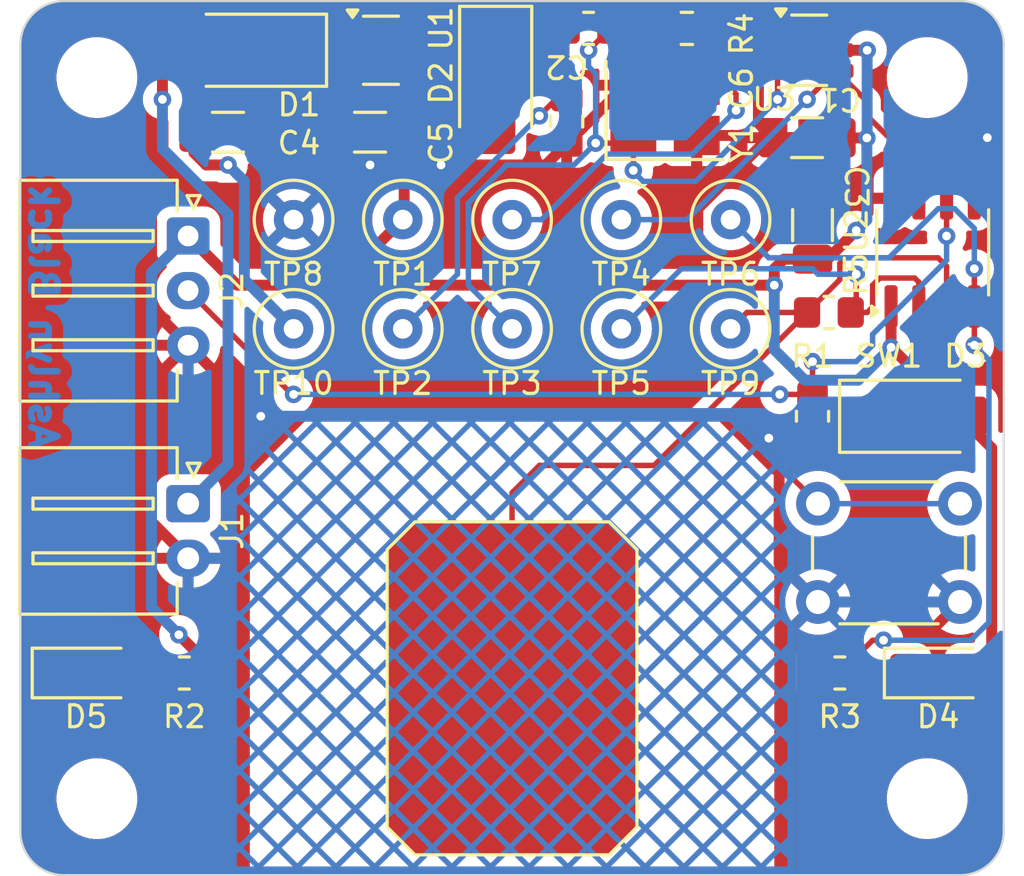
<source format=kicad_pcb>
(kicad_pcb (version 20240108) (generator "pcbnew") (generator_version "8.0")
  (title_block (title "Capacitive Touch Test") (date "2024-07-27") (rev "0") (company "Ashlyn Black"))
  (layers (0 "F.Cu" signal) (31 "B.Cu" signal) (34 "B.Paste" user) (35 "F.Paste" user) (36 "B.SilkS" user "B.Silkscreen") (37 "F.SilkS" user "F.Silkscreen") (38 "B.Mask" user) (39 "F.Mask" user) (44 "Edge.Cuts" user))
  (net 0 "")
  (net 1 "VCC")
  (net 2 "GND")
  (net 3 "Net-(C2-Pad2)")
  (net 4 "+BATT")
  (net 5 "Net-(U3-A1)")
  (net 6 "Net-(D1-A)")
  (net 7 "Net-(D3-K)")
  (net 8 "Net-(D5-A)")
  (net 9 "Net-(D4-K)")
  (net 10 "~{RST}")
  (net 11 "Net-(U2-PA7)")
  (net 12 "Net-(U2-PA1)")
  (net 13 "Net-(U3-A2)")
  (net 14 "Net-(U2-PA6)")
  (net 15 "MCLK")
  (footprint "Capacitor_SMD:C_1206_3216Metric_Pad1.33x1.80mm_HandSolder" (layer "F.Cu") (at 135 96 180)
    (property "Reference" "C5")
    (property "Value" "10µF")
  )
  (footprint "Single:TEST-TH_Loop_D2.40mm_Drill0.9mm_Beaded" (layer "F.Cu") (at 141.5 100)
    (property "Reference" "TP7")
    (property "Value" "TestPoint")
  )
  (footprint "Single:Touch_Pad" (layer "F.Cu") (at 141.5 129.0712)
    (property "Reference" "P1" (hide yes))
    (property "Value" "Touch_Pad")
  )
  (footprint "Resistor_SMD:R_0805_2012Metric_Pad1.20x1.40mm_HandSolder" (layer "F.Cu") (at 156.5 120.75 180)
    (property "Reference" "R3")
    (property "Value" "1kΩ")
  )
  (footprint "Single:TEST-TH_Loop_D2.40mm_Drill0.9mm_Beaded" (layer "F.Cu") (at 151.5 105)
    (property "Reference" "TP9")
    (property "Value" "TestPoint")
  )
  (footprint "Single:TEST-TH_Loop_D2.40mm_Drill0.9mm_Beaded" (layer "F.Cu") (at 146.5 105)
    (property "Reference" "TP5")
    (property "Value" "TestPoint")
  )
  (footprint "Package_TO_SOT_SMD:SOT-23-6_Handsoldering" (layer "F.Cu") (at 155 92.25)
    (property "Reference" "U3")
    (property "Value" "74LVC2GU04")
  )
  (footprint "MountingHole:MountingHole_3.2mm_M3_DIN965" (layer "F.Cu") (at 122.5 93.5)
    (property "Reference" "REF**" (hide yes))
    (property "Value" "MountingHole_3.2mm_M3_DIN965" (hide yes))
  )
  (footprint "LED_SMD:LED_1206_3216Metric_Pad1.42x1.75mm_HandSolder" (layer "F.Cu") (at 122 120.75)
    (property "Reference" "D5")
    (property "Value" "LED_Filled")
  )
  (footprint "Package_SO:SOIC-8_3.9x4.9mm_P1.27mm" (layer "F.Cu") (at 160.75 101.5 90)
    (property "Reference" "U2")
    (property "Value" "ATtiny402-SS")
  )
  (footprint "MountingHole:MountingHole_3.2mm_M3_DIN965" (layer "F.Cu") (at 160.5 126.5)
    (property "Reference" "REF**" (hide yes))
    (property "Value" "MountingHole_3.2mm_M3_DIN965" (hide yes))
  )
  (footprint "Resistor_SMD:R_0805_2012Metric_Pad1.20x1.40mm_HandSolder" (layer "F.Cu") (at 145 91.25)
    (property "Reference" "R4")
    (property "Value" "R_US")
  )
  (footprint "Resistor_SMD:R_0805_2012Metric_Pad1.20x1.40mm_HandSolder" (layer "F.Cu") (at 156 104.25 180)
    (property "Reference" "R5")
    (property "Value" "1MΩ")
  )
  (footprint "Capacitor_SMD:C_1206_3216Metric_Pad1.33x1.80mm_HandSolder" (layer "F.Cu") (at 155 96.25 180)
    (property "Reference" "C1")
    (property "Value" "10µF")
  )
  (footprint "Single:JST_XH_S2B-XH-A-1_1x02_P2.50mm_Horizontal" (layer "F.Cu") (at 126.675 113 -90)
    (property "Reference" "J1")
    (property "Value" "Conn_01x02")
  )
  (footprint "Capacitor_SMD:C_1206_3216Metric_Pad1.33x1.80mm_HandSolder" (layer "F.Cu") (at 128.5 96)
    (property "Reference" "C4")
    (property "Value" "10µF")
  )
  (footprint "MountingHole:MountingHole_3.2mm_M3_DIN965" (layer "F.Cu") (at 122.5 126.5)
    (property "Reference" "REF**" (hide yes))
    (property "Value" "MountingHole_3.2mm_M3_DIN965" (hide yes))
  )
  (footprint "Resistor_SMD:R_0805_2012Metric_Pad1.20x1.40mm_HandSolder" (layer "F.Cu") (at 155.25 109 90)
    (property "Reference" "R1")
    (property "Value" "10kΩ")
  )
  (footprint "Single:TEST-TH_Loop_D2.40mm_Drill0.9mm_Beaded" (layer "F.Cu") (at 141.5 105)
    (property "Reference" "TP3")
    (property "Value" "TestPoint")
  )
  (footprint "Single:TEST-TH_Loop_D2.40mm_Drill0.9mm_Beaded" (layer "F.Cu") (at 136.5 100)
    (property "Reference" "TP1")
    (property "Value" "TestPoint")
  )
  (footprint "Single:TEST-TH_Loop_D2.40mm_Drill0.9mm_Beaded" (layer "F.Cu") (at 151.5 100)
    (property "Reference" "TP6")
    (property "Value" "TestPoint")
  )
  (footprint "Capacitor_SMD:C_0805_2012Metric_Pad1.18x1.45mm_HandSolder" (layer "F.Cu") (at 149.5 91.25)
    (property "Reference" "C6")
    (property "Value" "C")
  )
  (footprint "Crystal:Crystal_SMD_3225-4Pin_3.2x2.5mm_HandSoldering" (layer "F.Cu") (at 148.5 95)
    (property "Reference" "Y1")
    (property "Value" "16MHz")
  )
  (footprint "Diode_SMD:D_SMA" (layer "F.Cu") (at 140.75 93.75 -90)
    (property "Reference" "D2")
    (property "Value" "SS14")
  )
  (footprint "Button_Switch_THT:SW_PUSH_6mm_H5mm" (layer "F.Cu") (at 162 117.5 180)
    (property "Reference" "SW1")
    (property "Value" "SW_Push")
  )
  (footprint "Single:TEST-TH_Loop_D2.40mm_Drill0.9mm_Beaded" (layer "F.Cu") (at 131.5 100)
    (property "Reference" "TP8")
    (property "Value" "TestPoint")
  )
  (footprint "Single:TEST-TH_Loop_D2.40mm_Drill0.9mm_Beaded" (layer "F.Cu") (at 146.5 100)
    (property "Reference" "TP4")
    (property "Value" "TestPoint")
  )
  (footprint "Package_TO_SOT_SMD:SOT-23-5" (layer "F.Cu") (at 135.5 92.25)
    (property "Reference" "U1")
    (property "Value" "MIC5225-5.0YM5")
  )
  (footprint "Resistor_SMD:R_0805_2012Metric_Pad1.20x1.40mm_HandSolder" (layer "F.Cu") (at 126.5 120.75 180)
    (property "Reference" "R2")
    (property "Value" "1kΩ")
  )
  (footprint "Capacitor_SMD:C_1206_3216Metric_Pad1.33x1.80mm_HandSolder" (layer "F.Cu") (at 155.25 100.25 90)
    (property "Reference" "C3")
    (property "Value" "10µF")
  )
  (footprint "Diode_SMD:D_SMA" (layer "F.Cu") (at 129.5 92.25 180)
    (property "Reference" "D1")
    (property "Value" "SS14")
  )
  (footprint "Single:TEST-TH_Loop_D2.40mm_Drill0.9mm_Beaded" (layer "F.Cu") (at 136.5 105)
    (property "Reference" "TP2")
    (property "Value" "TestPoint")
  )
  (footprint "Single:JST_XH_S3B-XH-A-1_1x03_P2.50mm_Horizontal" (layer "F.Cu") (at 126.675 100.75 -90)
    (property "Reference" "J2")
    (property "Value" "Conn_01x03")
  )
  (footprint "Diode_SMD:D_SMA" (layer "F.Cu") (at 160 109)
    (property "Reference" "D3")
    (property "Value" "SS14")
  )
  (footprint "Single:TEST-TH_Loop_D2.40mm_Drill0.9mm_Beaded" (layer "F.Cu") (at 131.5 105)
    (property "Reference" "TP10")
    (property "Value" "TestPoint")
  )
  (footprint "MountingHole:MountingHole_3.2mm_M3_DIN965" (layer "F.Cu") (at 160.5 93.5)
    (property "Reference" "REF**" (hide yes))
    (property "Value" "MountingHole_3.2mm_M3_DIN965" (hide yes))
  )
  (footprint "Capacitor_SMD:C_0805_2012Metric_Pad1.18x1.45mm_HandSolder" (layer "F.Cu") (at 144 95.5 90)
    (property "Reference" "C2")
    (property "Value" "C")
  )
  (footprint "LED_SMD:LED_1206_3216Metric_Pad1.42x1.75mm_HandSolder" (layer "F.Cu") (at 161 120.75)
    (property "Reference" "D4")
    (property "Value" "LED_Filled")
  )
  (gr_poly (pts (xy 120.450737 108.789123) (xy 120.45062 108.790937) (xy 120.450481 108.79275) (xy 120.45032 108.794563) (xy 120.450137 108.796373) (xy 120.449932 108.798182) (xy 120.449706 108.799987) (xy 120.449458 108.80179) (xy 120.449188 108.803589) (xy 120.449188 108.950866) (xy 120.449558 108.955891) (xy 120.449759 108.960916) (xy 120.449792 108.965936) (xy 120.449657 108.970947) (xy 120.449355 108.975945) (xy 120.448886 108.980926) (xy 120.448253 108.985887) (xy 120.447454 108.990822) (xy 120.446492 108.995727) (xy 120.445366 109.000599) (xy 120.444078 109.005434) (xy 120.442628 109.010227) (xy 120.441018 109.014974) (xy 120.439246 109.019671) (xy 120.437316 109.024315) (xy 120.435226 109.0289) (xy 120.378906 109.147751) (xy 120.376152 109.153231) (xy 120.373184 109.158578) (xy 120.370009 109.163787) (xy 120.366632 109.168853) (xy 120.363058 109.17377) (xy 120.359293 109.178532) (xy 120.35534 109.183135) (xy 120.351207 109.187572) (xy 120.346897 109.191839) (xy 120.342417 109.19593) (xy 120.337771 109.199839) (xy 120.332964 109.203562) (xy 120.328003 109.207092) (xy 120.322892 109.210425) (xy 120.317636 109.213555) (xy 120.31224 109.216476) (xy 120.30294 109.22113) (xy 120.30191 109.221655) (xy 120.301395 109.221913) (xy 120.30088 109.222168) (xy 120.211464 109.267639) (xy 120.206815 109.270586) (xy 120.202072 109.273354) (xy 120.197242 109.275942) (xy 120.192328 109.278348) (xy 120.187336 109.28057) (xy 120.182272 109.282608) (xy 120.17714 109.284459) (xy 120.171946 109.286121) (xy 120.166696 109.287594) (xy 120.161393 109.288875) (xy 120.156044 109.289963) (xy 120.150654 109.290856) (xy 120.145227 109.291553) (xy 120.13977 109.292052) (xy 120.134287 109.292351) (xy 120.128784 109.29245) (xy 120.074524 109.29245) (xy 120.072457 109.292493) (xy 120.070389 109.292507) (xy 120.06832 109.292493) (xy 120.066254 109.29245) (xy 120.064194 109.29245) (xy 120.062643 109.292341) (xy 120.061093 109.292219) (xy 120.059545 109.292083) (xy 120.057999 109.291931) (xy 120.057228 109.291929) (xy 120.056844 109.291924) (xy 120.056457 109.291916) (xy 120.054571 109.291675) (xy 120.052687 109.291412) (xy 120.050806 109.291126) (xy 120.048929 109.290817) (xy 120.047056 109.290485) (xy 120.045186 109.29013) (xy 120.04332 109.289753) (xy 120.041458 109.289352) (xy 120.040939 109.289352) (xy 120.038991 109.288871) (xy 120.037049 109.288366) (xy 120.035115 109.287835) (xy 120.033188 109.287277) (xy 120.031239 109.286805) (xy 120.029298 109.286304) (xy 120.027363 109.285775) (xy 120.025436 109.285217) (xy 120.023615 109.284608) (xy 120.021803 109.283972) (xy 120.019999 109.283309) (xy 120.018204 109.282623) (xy 120.017166 109.282119) (xy 120.015602 109.281495) (xy 120.014047 109.280855) (xy 120.012501 109.280195) (xy 120.010963 109.27951) (xy 120.010187 109.279012) (xy 120.009802 109.278761) (xy 120.009612 109.278633) (xy 120.009422 109.278503) (xy 120.007466 109.277642) (xy 120.005524 109.276752) (xy 120.003592 109.275834) (xy 120.001671 109.274887) (xy 119.999077 109.27333) (xy 119.998562 109.273076) (xy 119.998047 109.272817) (xy 119.997017 109.272293) (xy 119.888489 109.216476) (xy 119.887444 109.215844) (xy 119.886407 109.215204) (xy 119.885376 109.214556) (xy 119.884354 109.213897) (xy 119.882525 109.212902) (xy 119.880712 109.211883) (xy 119.878914 109.210842) (xy 119.877128 109.209778) (xy 119.875293 109.208653) (xy 119.873475 109.2075) (xy 119.871675 109.206319) (xy 119.869896 109.205108) (xy 119.869118 109.204609) (xy 119.868729 109.204353) (xy 119.868534 109.204221) (xy 119.868339 109.204086) (xy 119.866867 109.202984) (xy 119.86541 109.201863) (xy 119.863966 109.200725) (xy 119.862537 109.199569) (xy 119.861122 109.198396) (xy 119.859722 109.197207) (xy 119.858336 109.196) (xy 119.856964 109.194778) (xy 119.855404 109.193243) (xy 119.854632 109.192471) (xy 119.853866 109.191696) (xy 119.853084 109.190928) (xy 119.852307 109.190157) (xy 119.851537 109.189376) (xy 119.851156 109.188982) (xy 119.850777 109.188583) (xy 119.850649 109.188583) (xy 119.85052 109.188585) (xy 119.850455 109.188587) (xy 119.850389 109.18859) (xy 119.850324 109.188593) (xy 119.850258 109.188598) (xy 119.848892 109.187108) (xy 119.847547 109.1856) (xy 119.846223 109.184073) (xy 119.84492 109.182529) (xy 119.843638 109.180966) (xy 119.842377 109.179384) (xy 119.841138 109.177783) (xy 119.83992 109.176162) (xy 119.838731 109.174761) (xy 119.837559 109.173347) (xy 119.836403 109.171922) (xy 119.835266 109.170486) (xy 119.834009 109.168675) (xy 119.832779 109.166847) (xy 119.831575 109.165002) (xy 119.830398 109.163141) (xy 119.829249 109.161263) (xy 119.828127 109.159369) (xy 119.827033 109.157459) (xy 119.825966 109.155533) (xy 119.825172 109.154248) (xy 119.824391 109.152956) (xy 119.823624 109.151655) (xy 119.822868 109.150345) (xy 119.822347 109.149313) (xy 119.821831 109.148269) (xy 119.773254 109.044922) (xy 119.770478 109.040357) (xy 119.767871 109.035706) (xy 119.765436 109.030975) (xy 119.763173 109.026168) (xy 119.761084 109.021289) (xy 119.759171 109.016344) (xy 119.757434 109.011338) (xy 119.755876 109.006275) (xy 119.754498 109.00116) (xy 119.753301 108.995998) (xy 119.752286 108.990794) (xy 119.751455 108.985553) (xy 119.75081 108.980278) (xy 119.750351 108.974977) (xy 119.750081 108.969652) (xy 119.75 108.964309) (xy 119.75 108.81961) (xy 119.728821 108.776718) (xy 119.699875 108.761215) (xy 119.669388 108.777755) (xy 119.650268 108.818069) (xy 119.650268 108.992218) (xy 119.691086 109.077469) (xy 119.694259 109.084253) (xy 119.697078 109.091156) (xy 119.699542 109.098165) (xy 119.701649 109.105265) (xy 119.7034 109.112444) (xy 119.704792 109.119688) (xy 119.705826 109.126983) (xy 119.7065 109.134315) (xy 119.706813 109.141672) (xy 119.706765 109.14904) (xy 119.706355 109.156405) (xy 119.705581 109.163754) (xy 119.704444 109.171073) (xy 119.702941 109.17835) (xy 119.701072 109.185569) (xy 119.698837 109.192718) (xy 119.696082 109.19963) (xy 119.693002 109.206367) (xy 119.689606 109.212921) (xy 119.685903 109.219281) (xy 119.681902 109.225438) (xy 119.677612 109.231382) (xy 119.673041 109.237103) (xy 119.6682 109.242592) (xy 119.663097 109.247837) (xy 119.657742 109.252831) (xy 119.652142 109.257563) (xy 119.646308 109.262022) (xy 119.640248 109.2662) (xy 119.633971 109.270087) (xy 119.627487 109.273672) (xy 119.620804 109.276947) (xy 119.613779 109.280071) (xy 119.60668 109.282807) (xy 119.599521 109.285162) (xy 119.592314 109.287138) (xy 119.585071 109.28874) (xy 119.577804 109.289973) (xy 119.570526 109.290841) (xy 119.56325 109.291348) (xy 119.555988 109.291498) (xy 119.548751 109.291297) (xy 119.541554 109.290748) (xy 119.534407 109.289856) (xy 119.527325 109.288625) (xy 119.520318 109.28706) (xy 119.513399 109.285165) (xy 119.506581 109.282943) (xy 119.499877 109.280401) (xy 119.493298 109.277542) (xy 119.486857 109.27437) (xy 119.480566 109.270889) (xy 119.474439 109.267105) (xy 119.468487 109.263022) (xy 119.462722 109.258643) (xy 119.457158 109.253974) (xy 119.451806 109.249019) (xy 119.44668 109.243781) (xy 119.44179 109.238266) (xy 119.437151 109.232478) (xy 119.432774 109.226421) (xy 119.428672 109.220099) (xy 119.424856 109.213517) (xy 119.421341 109.20668) (xy 119.371727 109.101761) (xy 119.369083 109.097291) (xy 119.366602 109.092741) (xy 119.364282 109.088117) (xy 119.362127 109.083423) (xy 119.360137 109.078662) (xy 119.358314 109.07384) (xy 119.356658 109.068961) (xy 119.355171 109.064029) (xy 119.353854 109.059049) (xy 119.352709 109.054025) (xy 119.351737 109.048962) (xy 119.350939 109.043864) (xy 119.350316 109.038735) (xy 119.349869 109.033579) (xy 119.3496 109.028403) (xy 119.34951 109.023208) (xy 119.34951 108.784988) (xy 119.349677 108.780141) (xy 119.350001 108.775305) (xy 119.350481 108.770486) (xy 119.351116 108.765686) (xy 119.351906 108.760908) (xy 119.352849 108.756158) (xy 119.353945 108.751437) (xy 119.355194 108.74675) (xy 119.355675 108.744933) (xy 119.356179 108.743122) (xy 119.356708 108.741317) (xy 119.357262 108.739517) (xy 119.358 108.737474) (xy 119.358768 108.735441) (xy 119.359564 108.733419) (xy 119.36039 108.731409) (xy 119.361244 108.729411) (xy 119.362126 108.727426) (xy 119.363037 108.725453) (xy 119.363975 108.723495) (xy 119.364485 108.721941) (xy 119.365005 108.720398) (xy 119.419784 108.605682) (xy 119.420925 108.60321) (xy 119.42211 108.600761) (xy 119.423339 108.598335) (xy 119.424611 108.595932) (xy 119.425926 108.593551) (xy 119.427285 108.591194) (xy 119.428686 108.588859) (xy 119.43013 108.586548) (xy 119.431126 108.58472) (xy 119.432146 108.582903) (xy 119.433192 108.581099) (xy 119.434265 108.579315) (xy 119.436776 108.575902) (xy 119.439379 108.572567) (xy 119.442072 108.569309) (xy 119.444852 108.566132) (xy 119.447719 108.563037) (xy 119.450669 108.560025) (xy 119.453702 108.557098) (xy 119.456815 108.554258) (xy 119.460006 108.551507) (xy 119.463274 108.548845) (xy 119.466616 108.546276) (xy 119.470032 108.5438) (xy 119.473518 108.54142) (xy 119.477073 108.539136) (xy 119.480695 108.536951) (xy 119.484382 108.534866) (xy 119.484899 108.534609) (xy 119.48503 108.534545) (xy 119.485161 108.534482) (xy 119.485294 108.534421) (xy 119.485428 108.534363) (xy 119.487999 108.532806) (xy 119.598579 108.475967) (xy 119.600715 108.474811) (xy 119.602869 108.47369) (xy 119.605041 108.472603) (xy 119.607231 108.471552) (xy 119.609438 108.470535) (xy 119.611662 108.469553) (xy 119.613902 108.468607) (xy 119.616157 108.467697) (xy 119.618333 108.466739) (xy 119.620522 108.465812) (xy 119.622725 108.46492) (xy 119.624939 108.464065) (xy 119.62748 108.463259) (xy 119.630035 108.462498) (xy 119.632602 108.461783) (xy 119.635181 108.461115) (xy 119.637772 108.460493) (xy 119.640373 108.459918) (xy 119.642985 108.459389) (xy 119.645607 108.458908) (xy 119.645734 108.458908) (xy 119.645863 108.45891) (xy 119.645929 108.458912) (xy 119.645994 108.458914) (xy 119.64606 108.458918) (xy 119.646126 108.458923) (xy 119.648182 108.458629) (xy 119.650242 108.458364) (xy 119.652306 108.458129) (xy 119.654374 108.457922) (xy 119.656445 108.457742) (xy 119.658519 108.457591) (xy 119.660595 108.457465) (xy 119.662674 108.457367) (xy 119.664609 108.457198) (xy 119.666546 108.457056) (xy 119.668482 108.45694) (xy 119.670418 108.456848) (xy 119.671455 108.456848) (xy 119.728287 108.456863) (xy 119.73379 108.456961) (xy 119.739273 108.45726) (xy 119.74473 108.457758) (xy 119.750157 108.458454) (xy 119.755547 108.459346) (xy 119.760896 108.460432) (xy 119.766199 108.461712) (xy 119.77145 108.463182) (xy 119.776644 108.464842) (xy 119.781776 108.466691) (xy 119.786841 108.468726) (xy 119.791834 108.470946) (xy 119.796748 108.473349) (xy 119.80158 108.475934) (xy 119.806324 108.478699) (xy 119.810974 108.481643) (xy 119.909172 108.531769) (xy 119.911797 108.533087) (xy 119.914395 108.534456) (xy 119.916963 108.535876) (xy 119.919502 108.537345) (xy 119.92201 108.538863) (xy 119.924487 108.540429) (xy 119.926933 108.542043) (xy 119.929347 108.543705) (xy 119.931727 108.545413) (xy 119.934074 108.547168) (xy 119.936387 108.548969) (xy 119.938664 108.550814) (xy 119.940906 108.552705) (xy 119.943112 108.55464) (xy 119.94528 108.556618) (xy 119.94741 108.558639) (xy 119.94806 108.559154) (xy 119.948706 108.559671) (xy 119.949348 108.560191) (xy 119.949989 108.560714) (xy 119.950508 108.561233) (xy 119.951691 108.5625) (xy 119.95286 108.563783) (xy 119.954014 108.565081) (xy 119.955154 108.566391) (xy 119.956672 108.568119) (xy 119.958162 108.569872) (xy 119.959626 108.571648) (xy 119.961062 108.573446) (xy 119.962471 108.575267) (xy 119.963852 108.577109) (xy 119.965205 108.578972) (xy 119.96653 108.580856) (xy 119.968024 108.583032) (xy 119.969479 108.585233) (xy 119.970896 108.58746) (xy 119.972273 108.589712) (xy 119.973611 108.591989) (xy 119.974909 108.594291) (xy 119.976168 108.596617) (xy 119.977386 108.598968) (xy 119.977517 108.599222) (xy 119.977646 108.599477) (xy 119.977775 108.59973) (xy 119.97784 108.599854) (xy 119.977905 108.599975) (xy 119.978035 108.600239) (xy 119.978163 108.600502) (xy 119.978287 108.600765) (xy 119.978409 108.601028) (xy 120.029564 108.70903) (xy 120.030263 108.710429) (xy 120.030947 108.711834) (xy 120.031616 108.713245) (xy 120.03227 108.714662) (xy 120.032909 108.716086) (xy 120.033533 108.717516) (xy 120.034142 108.718954) (xy 120.034737 108.720398) (xy 120.035255 108.720398) (xy 120.035801 108.721936) (xy 120.036327 108.723484) (xy 120.036837 108.725037) (xy 120.03733 108.726593) (xy 120.03811 108.72824) (xy 120.038871 108.729897) (xy 120.039611 108.731564) (xy 120.040332 108.73324) (xy 120.041032 108.734925) (xy 120.041711 108.73662) (xy 120.04237 108.738323) (xy 120.043007 108.740036) (xy 120.043277 108.741194) (xy 120.04354 108.742357) (xy 120.043795 108.743523) (xy 120.044044 108.74469) (xy 120.045485 108.749611) (xy 120.046755 108.754574) (xy 120.047855 108.759575) (xy 120.048783 108.76461) (xy 120.049538 108.769673) (xy 120.05012 108.77476) (xy 120.050527 108.779867) (xy 120.050758 108.784988) (xy 120.050758 108.933807) (xy 120.069877 108.973098) (xy 120.099846 108.988586) (xy 120.128784 108.974121) (xy 120.149979 108.929168) (xy 120.149979 108.822189) (xy 120.107086 108.732284) (xy 120.103952 108.725469) (xy 120.101174 108.718538) (xy 120.098753 108.711503) (xy 120.096689 108.704379) (xy 120.094984 108.697179) (xy 120.093638 108.689917) (xy 120.092652 108.682605) (xy 120.092028 108.675258) (xy 120.091764 108.66789) (xy 120.091864 108.660513) (xy 120.092327 108.653141) (xy 120.093154 108.645788) (xy 120.094346 108.638468) (xy 120.095904 108.631193) (xy 120.097828 108.623978) (xy 120.10012 108.616836) (xy 120.102766 108.609817) (xy 120.105746 108.60297) (xy 120.109049 108.596303) (xy 120.112668 108.589828) (xy 120.116593 108.583554) (xy 120.120814 108.577492) (xy 120.125324 108.571652) (xy 120.130113 108.566044) (xy 120.135171 108.560677) (xy 120.14049 108.555564) (xy 120.14606 108.550712) (xy 120.151873 108.546133) (xy 120.157919 108.541837) (xy 120.16419 108.537834) (xy 120.170676 108.534133) (xy 120.177368 108.530746) (xy 120.184182 108.527611) (xy 120.191113 108.524833) (xy 120.198147 108.522412) (xy 120.205272 108.520349) (xy 120.212473 108.518644) (xy 120.219737 108.517299) (xy 120.22705 108.516315) (xy 120.234398 108.515691) (xy 120.241768 108.51543) (xy 120.249146 108.51553) (xy 120.256519 108.515994) (xy 120.263872 108.516822) (xy 120.271193 108.518015) (xy 120.278468 108.519573) (xy 120.285683 108.521497) (xy 120.292824 108.523788) (xy 120.299841 108.526433) (xy 120.306688 108.529411) (xy 120.313353 108.532713) (xy 120.319828 108.536331) (xy 120.326101 108.540255) (xy 120.332162 108.544476) (xy 120.338002 108.548986) (xy 120.34361 108.553774) (xy 120.348975 108.558832) (xy 120.354089 108.56415) (xy 120.35894 108.569721) (xy 120.363519 108.575533) (xy 120.367815 108.58158) (xy 120.371819 108.58785) (xy 120.375519 108.594336) (xy 120.378906 108.601028) (xy 120.435234 108.720398) (xy 120.437151 108.724426) (xy 120.438945 108.728503) (xy 120.440614 108.732626) (xy 120.442159 108.736792) (xy 120.443579 108.740999) (xy 120.444873 108.745244) (xy 120.44604 108.749523) (xy 120.44708 108.753833) (xy 120.447991 108.758173) (xy 120.448775 108.762539) (xy 120.449429 108.766929) (xy 120.449953 108.771338) (xy 120.450346 108.775765) (xy 120.450609 108.780207) (xy 120.450739 108.784661)) (stroke (width -0.000001)) (fill solid) (layer "B.Cu"))
  (gr_poly (pts (xy 120.848992 102.006807) (xy 120.848457 102.01422) (xy 120.84756 102.021571) (xy 120.846304 102.028846) (xy 120.844697 102.036034) (xy 120.842742 102.043122) (xy 120.840445 102.050098) (xy 120.83781 102.056949) (xy 120.834844 102.063664) (xy 120.831552 102.070229) (xy 120.827937 102.076632) (xy 120.824006 102.082861) (xy 120.819764 102.088904) (xy 120.815216 102.094748) (xy 120.810367 102.10038) (xy 120.805221 102.105789) (xy 120.799814 102.110935) (xy 120.794182 102.115786) (xy 120.788339 102.120335) (xy 120.782297 102.124577) (xy 120.776068 102.128508) (xy 120.769665 102.132123) (xy 120.763099 102.135416) (xy 120.756385 102.138382) (xy 120.749533 102.141016) (xy 120.742557 102.143313) (xy 120.735468 102.145268) (xy 120.72828 102.146876) (xy 120.721004 102.148132) (xy 120.713653 102.14903) (xy 120.70624 102.149566) (xy 120.698776 102.149734) (xy 119.682831 102.149734) (xy 119.680764 102.149834) (xy 119.678697 102.149906) (xy 119.676629 102.149949) (xy 119.67456 102.149963) (xy 119.672492 102.149949) (xy 119.670424 102.149906) (xy 119.668356 102.149834) (xy 119.66629 102.149734) (xy 119.664352 102.149642) (xy 119.662415 102.149526) (xy 119.66048 102.149384) (xy 119.658546 102.149215) (xy 119.656214 102.149013) (xy 119.653886 102.148771) (xy 119.651559 102.148492) (xy 119.649231 102.148178) (xy 119.648323 102.148058) (xy 119.647419 102.147928) (xy 119.646514 102.147789) (xy 119.645607 102.147644) (xy 119.644441 102.147401) (xy 119.643279 102.147152) (xy 119.642121 102.146897) (xy 119.640968 102.146637) (xy 119.63914 102.146265) (xy 119.637316 102.14587) (xy 119.635499 102.145452) (xy 119.633687 102.145012) (xy 119.631881 102.144548) (xy 119.630082 102.144062) (xy 119.628289 102.143553) (xy 119.626503 102.14302) (xy 119.625465 102.142767) (xy 119.624947 102.142636) (xy 119.624428 102.142502) (xy 119.623392 102.142121) (xy 119.622359 102.141735) (xy 119.62133 102.141343) (xy 119.620308 102.140945) (xy 119.618866 102.140417) (xy 119.617428 102.139873) (xy 119.615997 102.139313) (xy 119.61457 102.138738) (xy 119.61315 102.138149) (xy 119.611735 102.137544) (xy 119.610327 102.136925) (xy 119.608925 102.136291) (xy 119.607887 102.135788) (xy 119.605761 102.134804) (xy 119.603652 102.133786) (xy 119.601559 102.132735) (xy 119.599483 102.131651) (xy 119.597425 102.130535) (xy 119.595384 102.129387) (xy 119.59336 102.128208) (xy 119.591354 102.126999) (xy 119.487999 102.073776) (xy 119.486547 102.07299) (xy 119.485104 102.072188) (xy 119.48367 102.07137) (xy 119.482245 102.070535) (xy 119.48083 102.069685) (xy 119.479425 102.068817) (xy 119.478031 102.067933) (xy 119.476646 102.067032) (xy 119.475733 102.066399) (xy 119.474825 102.065759) (xy 119.473919 102.065111) (xy 119.473015 102.064453) (xy 119.47146 102.063438) (xy 119.469917 102.062423) (xy 119.468209 102.061164) (xy 119.466519 102.059879) (xy 119.464848 102.058565) (xy 119.464019 102.057897) (xy 119.463196 102.05722) (xy 119.461582 102.055939) (xy 119.459986 102.054637) (xy 119.458408 102.053314) (xy 119.456848 102.051969) (xy 119.455307 102.050604) (xy 119.453784 102.049219) (xy 119.452281 102.047813) (xy 119.450798 102.046386) (xy 119.450279 102.045868) (xy 119.448186 102.043746) (xy 119.446136 102.041583) (xy 119.444129 102.039379) (xy 119.442167 102.037136) (xy 119.44025 102.034854) (xy 119.438379 102.032534) (xy 119.436554 102.030178) (xy 119.434776 102.027786) (xy 119.433517 102.025974) (xy 119.432284 102.024142) (xy 119.43108 102.022292) (xy 119.429903 102.020424) (xy 119.428754 102.018538) (xy 119.427633 102.016637) (xy 119.42654 102.014719) (xy 119.425476 102.012787) (xy 119.424536 102.010996) (xy 119.423619 102.009193) (xy 119.422726 102.007379) (xy 119.42186 102.005554) (xy 119.365005 101.886184) (xy 119.361902 101.879382) (xy 119.359152 101.872464) (xy 119.356758 101.865444) (xy 119.354719 101.858336) (xy 119.353036 101.851153) (xy 119.351711 101.843908) (xy 119.350743 101.836615) (xy 119.350135 101.829288) (xy 119.349886 101.82194) (xy 119.349998 101.814584) (xy 119.350471 101.807234) (xy 119.351306 101.799903) (xy 119.352504 101.792605) (xy 119.354066 101.785353) (xy 119.355992 101.778161) (xy 119.358284 101.771042) (xy 119.360927 101.764045) (xy 119.363902 101.757219) (xy 119.367199 101.750573) (xy 119.370809 101.744118) (xy 119.374724 101.737863) (xy 119.378933 101.731819) (xy 119.383429 101.725995) (xy 119.388203 101.720401) (xy 119.393244 101.715049) (xy 119.398545 101.709947) (xy 119.404095 101.705106) (xy 119.409887 101.700536) (xy 119.415912 101.696247) (xy 119.422159 101.692248) (xy 119.428621 101.688551) (xy 119.435287 101.685165) (xy 119.442313 101.68204) (xy 119.449412 101.679302) (xy 119.456572 101.676947) (xy 119.46378 101.67497) (xy 119.471024 101.673367) (xy 119.478291 101.672133) (xy 119.48557 101.671265) (xy 119.492847 101.670758) (xy 119.50011 101.670607) (xy 119.507347 101.670808) (xy 119.514545 101.671357) (xy 119.521692 101.67225) (xy 119.528775 101.673481) (xy 119.535783 101.675047) (xy 119.542702 101.676943) (xy 119.54952 101.679165) (xy 119.556225 101.681708) (xy 119.562805 101.684568) (xy 119.569246 101.687741) (xy 119.575537 101.691222) (xy 119.581665 101.695007) (xy 119.587618 101.699092) (xy 119.593383 101.703472) (xy 119.598947 101.708142) (xy 119.604299 101.713099) (xy 119.609426 101.718338) (xy 119.614315 101.723854) (xy 119.618955 101.729644) (xy 119.623332 101.735702) (xy 119.627435 101.742025) (xy 119.63125 101.748608) (xy 119.634765 101.755447) (xy 119.669388 101.828827) (xy 119.707107 101.848968) (xy 120.698776 101.848968) (xy 120.70624 101.849134) (xy 120.713653 101.849667) (xy 120.721004 101.850564) (xy 120.728281 101.851818) (xy 120.73547 101.853424) (xy 120.742559 101.855378) (xy 120.749536 101.857674) (xy 120.756389 101.860307) (xy 120.763104 101.863273) (xy 120.76967 101.866565) (xy 120.776074 101.870179) (xy 120.782303 101.87411) (xy 120.788346 101.878353) (xy 120.79419 101.882902) (xy 120.799821 101.887752) (xy 120.805229 101.892898) (xy 120.810374 101.898307) (xy 120.815224 101.90394) (xy 120.819772 101.909785) (xy 120.824014 101.915828) (xy 120.827945 101.922059) (xy 120.831559 101.928463) (xy 120.834851 101.93503) (xy 120.837817 101.941745) (xy 120.840451 101.948598) (xy 120.842747 101.955576) (xy 120.844702 101.962665) (xy 120.846309 101.969854) (xy 120.847563 101.97713) (xy 120.84846 101.984482) (xy 120.848993 101.991895) (xy 120.849159 101.999351)) (stroke (width -0.000001)) (fill solid) (layer "B.Cu"))
  (gr_poly (pts (xy 120.849159 101.999351) (xy 120.849159 101.999344) (xy 120.849159 101.999359)) (stroke (width -0.000001)) (fill solid) (layer "B.Cu"))
  (gr_poly (pts (xy 120.849678 102.837036) (xy 120.849568 102.838455) (xy 120.849444 102.839874) (xy 120.849308 102.841293) (xy 120.849159 102.842712) (xy 120.849151 103.24942) (xy 120.849163 103.25188) (xy 120.849134 103.254338) (xy 120.849066 103.256794) (xy 120.848958 103.259248) (xy 120.84881 103.261701) (xy 120.848623 103.264151) (xy 120.848396 103.266598) (xy 120.848129 103.269043) (xy 120.847915 103.271114) (xy 120.847671 103.273185) (xy 120.8474 103.275257) (xy 120.847099 103.277328) (xy 120.846635 103.27966) (xy 120.846136 103.281984) (xy 120.845599 103.2843) (xy 120.845024 103.286606) (xy 120.844767 103.287643) (xy 120.844505 103.288681) (xy 120.844249 103.289718) (xy 120.843986 103.290756) (xy 120.843375 103.292573) (xy 120.842743 103.294384) (xy 120.842087 103.296189) (xy 120.841408 103.297989) (xy 120.840917 103.299545) (xy 120.840408 103.3011) (xy 120.839882 103.302651) (xy 120.83934 103.304199) (xy 120.838751 103.305707) (xy 120.838146 103.307208) (xy 120.837524 103.308703) (xy 120.836886 103.31019) (xy 120.836232 103.311669) (xy 120.835562 103.31314) (xy 120.834877 103.314602) (xy 120.834175 103.316055) (xy 120.833341 103.317709) (xy 120.832486 103.319354) (xy 120.831611 103.320988) (xy 120.830715 103.322612) (xy 120.8298 103.324227) (xy 120.828864 103.325831) (xy 120.827909 103.327425) (xy 120.826935 103.32901) (xy 120.826302 103.33005) (xy 120.825662 103.331087) (xy 120.825014 103.332115) (xy 120.824356 103.33313) (xy 120.823101 103.334964) (xy 120.821821 103.33678) (xy 120.820515 103.33858) (xy 120.819183 103.340362) (xy 120.819056 103.340623) (xy 120.818927 103.340879) (xy 120.818664 103.341385) (xy 120.816599 103.344011) (xy 120.814477 103.34659) (xy 120.812299 103.349123) (xy 120.810065 103.351606) (xy 120.807777 103.35404) (xy 120.805435 103.356424) (xy 120.803039 103.358757) (xy 120.80059 103.361038) (xy 120.799398 103.362051) (xy 120.798195 103.363052) (xy 120.796981 103.364041) (xy 120.795757 103.365019) (xy 120.794523 103.365984) (xy 120.79328 103.366937) (xy 120.792026 103.367877) (xy 120.790764 103.368805) (xy 120.790248 103.369314) (xy 120.789988 103.369566) (xy 120.789857 103.36969) (xy 120.789726 103.369812) (xy 120.787948 103.371148) (xy 120.78615 103.372455) (xy 120.784332 103.373734) (xy 120.782493 103.374984) (xy 120.780492 103.376261) (xy 120.778471 103.377505) (xy 120.776432 103.378716) (xy 120.774373 103.379894) (xy 120.772296 103.381039) (xy 120.770201 103.382151) (xy 120.768089 103.383231) (xy 120.765961 103.384277) (xy 120.765449 103.384796) (xy 120.763912 103.385472) (xy 120.762366 103.386127) (xy 120.760813 103.386766) (xy 120.759254 103.38739) (xy 120.75796 103.387914) (xy 120.757311 103.388173) (xy 120.75666 103.388427) (xy 120.753555 103.389984) (xy 120.752014 103.390524) (xy 120.750469 103.391046) (xy 120.748918 103.391548) (xy 120.74736 103.392029) (xy 120.74556 103.39258) (xy 120.743754 103.39311) (xy 120.741941 103.393614) (xy 120.74012 103.394088) (xy 120.737171 103.394953) (xy 120.734207 103.395759) (xy 120.731226 103.396509) (xy 120.728226 103.397201) (xy 120.727838 103.397336) (xy 120.727452 103.397466) (xy 120.726684 103.39772) (xy 120.724623 103.398024) (xy 120.722558 103.398296) (xy 120.720489 103.39854) (xy 120.718414 103.398758) (xy 120.716995 103.39891) (xy 120.715576 103.399046) (xy 120.714157 103.399168) (xy 120.712738 103.399276) (xy 120.710995 103.399409) (xy 120.709252 103.399523) (xy 120.707508 103.399615) (xy 120.705763 103.399688) (xy 120.704017 103.399741) (xy 120.702271 103.399774) (xy 120.700524 103.399787) (xy 120.698776 103.39978) (xy 120.138611 103.39978) (xy 120.136155 103.39984) (xy 120.133698 103.39986) (xy 120.131243 103.39984) (xy 120.128792 103.39978) (xy 120.126337 103.39984) (xy 120.123881 103.39986) (xy 120.121424 103.39984) (xy 120.118965 103.39978) (xy 119.510223 103.39978) (xy 119.507639 103.399849) (xy 119.505057 103.399873) (xy 119.502474 103.399855) (xy 119.499885 103.399795) (xy 119.497296 103.399824) (xy 119.494708 103.399807) (xy 119.49212 103.399745) (xy 119.489534 103.399637) (xy 119.48695 103.399484) (xy 119.484369 103.399287) (xy 119.481792 103.399044) (xy 119.479217 103.398758) (xy 119.477391 103.398449) (xy 119.47557 103.398117) (xy 119.473753 103.397763) (xy 119.471941 103.397386) (xy 119.470134 103.396988) (xy 119.468332 103.396567) (xy 119.466535 103.396124) (xy 119.464744 103.39566) (xy 119.462381 103.395081) (xy 119.460027 103.394464) (xy 119.457684 103.39381) (xy 119.455353 103.393118) (xy 119.453032 103.392388) (xy 119.450724 103.39162) (xy 119.448428 103.390813) (xy 119.446144 103.389969) (xy 119.446014 103.389969) (xy 119.445885 103.389971) (xy 119.44582 103.389972) (xy 119.445756 103.389975) (xy 119.445691 103.389979) (xy 119.445625 103.389984) (xy 119.444198 103.38936) (xy 119.442777 103.388721) (xy 119.441363 103.388066) (xy 119.439957 103.38739) (xy 119.438131 103.386646) (xy 119.436315 103.385881) (xy 119.434508 103.385096) (xy 119.432709 103.384292) (xy 119.431668 103.383787) (xy 119.43115 103.383531) (xy 119.430633 103.38327) (xy 119.42907 103.382391) (xy 119.427516 103.381494) (xy 119.425972 103.380577) (xy 119.424438 103.379638) (xy 119.423661 103.379258) (xy 119.422887 103.37887) (xy 119.422113 103.378473) (xy 119.421341 103.378067) (xy 119.420303 103.377563) (xy 119.418465 103.376313) (xy 119.416646 103.375036) (xy 119.414845 103.373733) (xy 119.413063 103.372406) (xy 119.411179 103.371082) (xy 119.409316 103.36973) (xy 119.407473 103.368352) (xy 119.405652 103.366945) (xy 119.403853 103.365511) (xy 119.402076 103.364048) (xy 119.400321 103.362557) (xy 119.39859 103.361038) (xy 119.397454 103.359979) (xy 119.396329 103.358909) (xy 119.395214 103.357828) (xy 119.394112 103.356735) (xy 119.39302 103.355631) (xy 119.39194 103.354515) (xy 119.390872 103.353388) (xy 119.389816 103.352249) (xy 119.388786 103.351211) (xy 119.387327 103.349564) (xy 119.385892 103.347894) (xy 119.384481 103.346205) (xy 119.383095 103.344497) (xy 119.381565 103.342642) (xy 119.380066 103.340762) (xy 119.378599 103.338857) (xy 119.377162 103.336929) (xy 119.375756 103.334978) (xy 119.374382 103.333005) (xy 119.373039 103.33101) (xy 119.371727 103.328994) (xy 119.370972 103.327726) (xy 119.370231 103.326451) (xy 119.369502 103.325169) (xy 119.368786 103.323879) (xy 119.368083 103.322582) (xy 119.367392 103.321278) (xy 119.366715 103.319967) (xy 119.366051 103.318649) (xy 119.365525 103.317619) (xy 119.365005 103.316589) (xy 119.364194 103.314798) (xy 119.363408 103.312998) (xy 119.362646 103.311188) (xy 119.361908 103.309372) (xy 119.361244 103.308087) (xy 119.360593 103.306795) (xy 119.359954 103.305494) (xy 119.359329 103.304184) (xy 119.358275 103.301278) (xy 119.357281 103.298351) (xy 119.356348 103.295404) (xy 119.355475 103.292438) (xy 119.354664 103.289454) (xy 119.353914 103.286451) (xy 119.353226 103.283431) (xy 119.3526 103.280395) (xy 119.352465 103.27962) (xy 119.352337 103.278848) (xy 119.352214 103.27808) (xy 119.352096 103.277313) (xy 119.351488 103.273856) (xy 119.350961 103.270388) (xy 119.350515 103.26691) (xy 119.350151 103.263424) (xy 119.349868 103.25993) (xy 119.349667 103.25643) (xy 119.349548 103.252927) (xy 119.34951 103.24942) (xy 119.349518 102.772934) (xy 119.349628 102.768735) (xy 119.349855 102.764547) (xy 119.350199 102.760372) (xy 119.350659 102.756211) (xy 119.351234 102.752069) (xy 119.351924 102.747946) (xy 119.352728 102.743846) (xy 119.353645 102.739771) (xy 119.354676 102.735723) (xy 119.355819 102.731705) (xy 119.357074 102.727719) (xy 119.35844 102.723768) (xy 119.359917 102.719854) (xy 119.361504 102.715979) (xy 119.3632 102.712147) (xy 119.365005 102.708358) (xy 119.420837 102.592087) (xy 119.42109 102.591437) (xy 119.421346 102.590791) (xy 119.42186 102.589508) (xy 119.42186 102.588989) (xy 119.422643 102.587534) (xy 119.423443 102.586088) (xy 119.424259 102.584651) (xy 119.425091 102.583223) (xy 119.425938 102.581804) (xy 119.426801 102.580395) (xy 119.42768 102.578996) (xy 119.428573 102.577606) (xy 119.429688 102.575509) (xy 119.430835 102.573431) (xy 119.432014 102.571372) (xy 119.433227 102.569336) (xy 119.435061 102.566871) (xy 119.436944 102.564445) (xy 119.438877 102.562057) (xy 119.440858 102.559709) (xy 119.442886 102.557402) (xy 119.444962 102.555137) (xy 119.447083 102.552914) (xy 119.449249 102.550735) (xy 119.505569 102.491836) (xy 119.505827 102.491575) (xy 119.506085 102.491317) (xy 119.506607 102.490799) (xy 119.507879 102.489617) (xy 119.509166 102.488451) (xy 119.510468 102.487299) (xy 119.511787 102.48616) (xy 119.513329 102.484655) (xy 119.514892 102.483173) (xy 119.516477 102.481715) (xy 119.518082 102.48028) (xy 119.519707 102.478868) (xy 119.521351 102.47748) (xy 119.523014 102.476117) (xy 119.524696 102.474777) (xy 119.525207 102.474777) (xy 119.528145 102.472644) (xy 119.531132 102.470584) (xy 119.534167 102.468597) (xy 119.537249 102.466684) (xy 119.540377 102.464846) (xy 119.543548 102.463085) (xy 119.546763 102.4614) (xy 119.550018 102.459793) (xy 119.65802 102.401916) (xy 119.66336 102.399248) (xy 119.668786 102.396802) (xy 119.674292 102.394577) (xy 119.679871 102.392576) (xy 119.685516 102.390799) (xy 119.691219 102.389249) (xy 119.696975 102.387925) (xy 119.702777 102.386829) (xy 119.708617 102.385963) (xy 119.714488 102.385326) (xy 119.720385 102.384922) (xy 119.726299 102.38475) (xy 119.732225 102.384812) (xy 119.738155 102.385109) (xy 119.744082 102.385643) (xy 119.75 102.386413) (xy 119.863685 102.386413) (xy 119.863685 102.685104) (xy 119.763435 102.685104) (xy 119.706596 102.715591) (xy 119.680237 102.742462) (xy 119.650268 102.804992) (xy 119.650268 103.099029) (xy 119.978409 103.099029) (xy 119.978409 102.854599) (xy 119.938614 102.733169) (xy 119.9226 102.71611) (xy 119.863685 102.685104) (xy 119.863685 102.386413) (xy 119.889007 102.386413) (xy 119.894155 102.386082) (xy 119.899299 102.385928) (xy 119.904437 102.385951) (xy 119.909564 102.386149) (xy 119.914675 102.386523) (xy 119.919766 102.38707) (xy 119.924832 102.38779) (xy 119.92987 102.388683) (xy 119.934874 102.389747) (xy 119.93984 102.390981) (xy 119.944764 102.392385) (xy 119.949641 102.393958) (xy 119.954468 102.395698) (xy 119.959239 102.397605) (xy 119.96395 102.399678) (xy 119.968597 102.401916) (xy 120.080734 102.46083) (xy 120.083686 102.462319) (xy 120.086603 102.46387) (xy 120.089482 102.465484) (xy 120.092324 102.46716) (xy 120.095126 102.468897) (xy 120.097889 102.470695) (xy 120.100611 102.472552) (xy 120.103291 102.474468) (xy 120.105929 102.476442) (xy 120.108522 102.478475) (xy 120.111071 102.480564) (xy 120.113574 102.482709) (xy 120.11603 102.484909) (xy 120.118438 102.487164) (xy 120.120798 102.489474) (xy 120.123108 102.491836) (xy 120.159798 102.530075) (xy 120.16044 102.529677) (xy 120.161084 102.529285) (xy 120.16173 102.528899) (xy 120.162376 102.528518) (xy 120.1637 102.527628) (xy 120.165034 102.526753) (xy 120.166377 102.525893) (xy 120.167729 102.525047) (xy 120.169091 102.524216) (xy 120.17046 102.523399) (xy 120.171839 102.522595) (xy 120.173225 102.521805) (xy 120.173744 102.521286) (xy 120.286919 102.462372) (xy 120.287436 102.46212) (xy 120.287694 102.461994) (xy 120.287948 102.461868) (xy 120.29311 102.459336) (xy 120.298359 102.457007) (xy 120.30369 102.454882) (xy 120.309096 102.452963) (xy 120.314572 102.451252) (xy 120.320112 102.449751) (xy 120.32571 102.448462) (xy 120.33136 102.447387) (xy 120.331875 102.447253) (xy 120.332391 102.447122) (xy 120.333427 102.446869) (xy 120.33639 102.446522) (xy 120.339359 102.446237) (xy 120.342334 102.446012) (xy 120.345314 102.445846) (xy 120.348022 102.445515) (xy 120.350733 102.44523) (xy 120.353446 102.444994) (xy 120.356163 102.444809) (xy 120.436264 102.444809) (xy 120.436264 102.745559) (xy 120.39183 102.745559) (xy 120.333946 102.775528) (xy 120.309654 102.800857) (xy 120.279167 102.864929) (xy 120.279167 103.099029) (xy 120.550468 103.099029) (xy 120.550468 102.869583) (xy 120.517395 102.79982) (xy 120.494148 102.775528) (xy 120.436264 102.745559) (xy 120.436264 102.444809) (xy 120.471405 102.444809) (xy 120.474126 102.444994) (xy 120.476841 102.44523) (xy 120.47955 102.445515) (xy 120.482254 102.445846) (xy 120.486927 102.446245) (xy 120.491582 102.44679) (xy 120.496216 102.447479) (xy 120.500825 102.448312) (xy 120.505406 102.44929) (xy 120.509955 102.45041) (xy 120.514469 102.451674) (xy 120.518944 102.453079) (xy 120.521527 102.45395) (xy 120.524094 102.454869) (xy 120.526643 102.455836) (xy 120.529174 102.45685) (xy 120.531685 102.45791) (xy 120.534178 102.459016) (xy 120.536649 102.460168) (xy 120.539101 102.461364) (xy 120.539878 102.461862) (xy 120.540265 102.462113) (xy 120.540457 102.462241) (xy 120.540649 102.462372) (xy 120.653824 102.521286) (xy 120.654081 102.521414) (xy 120.654339 102.521547) (xy 120.654854 102.52182) (xy 120.656553 102.522818) (xy 120.65824 102.52384) (xy 120.659914 102.524882) (xy 120.661575 102.52594) (xy 120.663728 102.527205) (xy 120.665859 102.528505) (xy 120.667967 102.52984) (xy 120.670051 102.531209) (xy 120.672112 102.532613) (xy 120.674148 102.53405) (xy 120.67616 102.535521) (xy 120.678147 102.537025) (xy 120.680109 102.538562) (xy 120.682045 102.540132) (xy 120.683955 102.541734) (xy 120.685838 102.543368) (xy 120.687695 102.545033) (xy 120.689524 102.54673) (xy 120.691326 102.548458) (xy 120.6931 102.550216) (xy 120.752014 102.610687) (xy 120.754776 102.613718) (xy 120.757451 102.616819) (xy 120.760037 102.619988) (xy 120.762534 102.623224) (xy 120.76494 102.626523) (xy 120.767255 102.629885) (xy 120.769476 102.633307) (xy 120.771602 102.636787) (xy 120.773634 102.640324) (xy 120.775568 102.643916) (xy 120.777405 102.64756) (xy 120.779143 102.651255) (xy 120.78078 102.654999) (xy 120.782317 102.658789) (xy 120.78375 102.662625) (xy 120.78508 102.666504) (xy 120.835724 102.769333) (xy 120.8364 102.770997) (xy 120.837057 102.77267) (xy 120.837694 102.774349) (xy 120.83831 102.776031) (xy 120.839761 102.77967) (xy 120.841115 102.783341) (xy 120.842371 102.787042) (xy 120.84353 102.790771) (xy 120.844591 102.794527) (xy 120.845553 102.798307) (xy 120.846417 102.802109) (xy 120.847181 102.805933) (xy 120.847846 102.809775) (xy 120.848411 102.813634) (xy 120.848875 102.817508) (xy 120.849239 102.821395) (xy 120.849501 102.825293) (xy 120.849662 102.829201) (xy 120.849721 102.833116)) (stroke (width -0.000001)) (fill solid) (layer "B.Cu"))
  (gr_poly (pts (xy 120.84888 108.079524) (xy 120.848223 108.08709) (xy 120.847196 108.094543) (xy 120.845809 108.101875) (xy 120.844072 108.109074) (xy 120.841994 108.116134) (xy 120.839584 108.123043) (xy 120.836851 108.129793) (xy 120.833805 108.136376) (xy 120.830455 108.14278) (xy 120.826811 108.148998) (xy 120.822881 108.155021) (xy 120.818676 108.160838) (xy 120.814204 108.166441) (xy 120.809475 108.17182) (xy 120.804498 108.176967) (xy 120.799282 108.181872) (xy 120.793837 108.186526) (xy 120.788173 108.19092) (xy 120.782298 108.195045) (xy 120.776222 108.19889) (xy 120.769954 108.202448) (xy 120.763503 108.205709) (xy 120.756879 108.208663) (xy 120.750092 108.211302) (xy 120.74315 108.213616) (xy 120.736063 108.215597) (xy 120.72884 108.217234) (xy 120.72149 108.218519) (xy 120.714023 108.219443) (xy 120.706449 108.219996) (xy 120.698776 108.220169) (xy 120.205269 108.220169) (xy 120.200246 108.220765) (xy 120.195211 108.22119) (xy 120.190167 108.221446) (xy 120.185119 108.221531) (xy 120.180072 108.221446) (xy 120.175028 108.22119) (xy 120.169993 108.220765) (xy 120.16497 108.220169) (xy 119.499885 108.220169) (xy 119.492213 108.219996) (xy 119.484638 108.219443) (xy 119.477172 108.218519) (xy 119.469822 108.217234) (xy 119.462599 108.215597) (xy 119.455512 108.213616) (xy 119.448571 108.211302) (xy 119.441783 108.208663) (xy 119.43516 108.205709) (xy 119.42871 108.202448) (xy 119.422442 108.19889) (xy 119.416366 108.195045) (xy 119.410491 108.19092) (xy 119.404827 108.186526) (xy 119.399383 108.181872) (xy 119.394168 108.176967) (xy 119.389191 108.17182) (xy 119.384462 108.166441) (xy 119.379991 108.160838) (xy 119.375786 108.155021) (xy 119.371856 108.148998) (xy 119.368212 108.14278) (xy 119.364863 108.136376) (xy 119.361817 108.129793) (xy 119.359085 108.123043) (xy 119.356675 108.116134) (xy 119.354596 108.109074) (xy 119.352859 108.101875) (xy 119.351473 108.094543) (xy 119.350446 108.08709) (xy 119.349789 108.079524) (xy 119.34951 108.071853) (xy 119.349677 108.06439) (xy 119.350212 108.056977) (xy 119.351109 108.049626) (xy 119.352364 108.042351) (xy 119.353971 108.035163) (xy 119.355925 108.028075) (xy 119.358222 108.021099) (xy 119.360855 108.014248) (xy 119.36382 108.007533) (xy 119.367112 108.000968) (xy 119.370726 107.994565) (xy 119.374656 107.988336) (xy 119.378898 107.982293) (xy 119.383446 107.976449) (xy 119.388295 107.970817) (xy 119.39344 107.965408) (xy 119.398848 107.960262) (xy 119.40448 107.955411) (xy 119.410323 107.950862) (xy 119.416366 107.94662) (xy 119.422595 107.942689) (xy 119.428999 107.939075) (xy 119.435565 107.935783) (xy 119.44228 107.932817) (xy 119.449132 107.930184) (xy 119.456108 107.927888) (xy 119.463197 107.925934) (xy 119.470385 107.924327) (xy 119.477661 107.923073) (xy 119.485011 107.922177) (xy 119.492423 107.921644) (xy 119.499885 107.921478) (xy 120.118965 107.921478) (xy 120.149979 107.856888) (xy 120.149979 107.749389) (xy 120.128281 107.703918) (xy 120.092621 107.685318) (xy 119.499885 107.685318) (xy 119.492422 107.685152) (xy 119.485009 107.684619) (xy 119.477658 107.683722) (xy 119.470382 107.682468) (xy 119.463194 107.680862) (xy 119.456105 107.678908) (xy 119.449129 107.676612) (xy 119.442277 107.673979) (xy 119.435562 107.671013) (xy 119.428997 107.667721) (xy 119.422594 107.664107) (xy 119.416365 107.660176) (xy 119.410322 107.655933) (xy 119.404479 107.651384) (xy 119.398848 107.646534) (xy 119.39344 107.641388) (xy 119.388295 107.635979) (xy 119.383446 107.630346) (xy 119.378897 107.624501) (xy 119.374655 107.618458) (xy 119.370725 107.612228) (xy 119.36711 107.605823) (xy 119.363818 107.599258) (xy 119.360852 107.592542) (xy 119.358218 107.58569) (xy 119.355922 107.578714) (xy 119.353967 107.571626) (xy 119.35236 107.564438) (xy 119.351106 107.557164) (xy 119.35021 107.549815) (xy 119.349676 107.542403) (xy 119.34951 107.534942) (xy 119.349764 107.527253) (xy 119.350399 107.519667) (xy 119.351405 107.512194) (xy 119.352773 107.504842) (xy 119.354493 107.497622) (xy 119.356556 107.490542) (xy 119.358953 107.483611) (xy 119.361674 107.47684) (xy 119.364711 107.470236) (xy 119.368052 107.46381) (xy 119.37169 107.457571) (xy 119.375615 107.451528) (xy 119.379817 107.44569) (xy 119.384287 107.440066) (xy 119.389015 107.434667) (xy 119.393993 107.4295) (xy 119.399211 107.424576) (xy 119.404659 107.419904) (xy 119.410329 107.415492) (xy 119.41621 107.411351) (xy 119.422293 107.407489) (xy 119.42857 107.403916) (xy 119.43503 107.400641) (xy 119.441664 107.397673) (xy 119.448463 107.395022) (xy 119.455418 107.392697) (xy 119.462519 107.390707) (xy 119.469756 107.389061) (xy 119.477121 107.387769) (xy 119.484604 107.38684) (xy 119.492195 107.386283) (xy 119.499885 107.386108) (xy 120.121559 107.386123) (xy 120.126572 107.38599) (xy 120.131581 107.386025) (xy 120.136584 107.386227) (xy 120.141576 107.386596) (xy 120.146552 107.387131) (xy 120.151509 107.387831) (xy 120.156441 107.388696) (xy 120.161346 107.389724) (xy 120.162384 107.389724) (xy 120.166869 107.390806) (xy 120.171315 107.392023) (xy 120.175719 107.393376) (xy 120.180078 107.394863) (xy 120.18439 107.396483) (xy 120.18865 107.398235) (xy 120.192857 107.400117) (xy 120.197006 107.40213) (xy 120.308624 107.460525) (xy 120.314316 107.463409) (xy 120.319862 107.466521) (xy 120.325257 107.469857) (xy 120.330494 107.47341) (xy 120.335569 107.477175) (xy 120.340474 107.481144) (xy 120.345204 107.485313) (xy 120.349753 107.489675) (xy 120.354115 107.494225) (xy 120.358284 107.498955) (xy 120.362253 107.503861) (xy 120.366018 107.508936) (xy 120.369572 107.514174) (xy 120.372908 107.519569) (xy 120.376022 107.525116) (xy 120.378906 107.530807) (xy 120.435226 107.650177) (xy 120.43716 107.654466) (xy 120.438955 107.658807) (xy 120.440611 107.663195) (xy 120.442127 107.667627) (xy 120.443503 107.672101) (xy 120.444738 107.676611) (xy 120.445831 107.681156) (xy 120.446782 107.685732) (xy 120.44759 107.690335) (xy 120.448254 107.694961) (xy 120.448774 107.699609) (xy 120.449149 107.704274) (xy 120.449379 107.708952) (xy 120.449462 107.713641) (xy 120.449399 107.718338) (xy 120.449188 107.723037) (xy 120.449196 107.875488) (xy 120.449714 107.881251) (xy 120.45001 107.887021) (xy 120.450083 107.892794) (xy 120.449935 107.898563) (xy 120.449564 107.904322) (xy 120.448971 107.910065) (xy 120.448157 107.915786) (xy 120.447121 107.921478) (xy 120.698776 107.921478) (xy 120.70624 107.921644) (xy 120.713653 107.922177) (xy 120.721004 107.923073) (xy 120.72828 107.924327) (xy 120.735468 107.925934) (xy 120.742557 107.927888) (xy 120.749533 107.930184) (xy 120.756385 107.932817) (xy 120.763099 107.935783) (xy 120.769665 107.939075) (xy 120.776068 107.942689) (xy 120.782297 107.94662) (xy 120.788339 107.950862) (xy 120.794182 107.955411) (xy 120.799814 107.960262) (xy 120.805221 107.965408) (xy 120.810367 107.970817) (xy 120.815216 107.976449) (xy 120.819764 107.982293) (xy 120.824006 107.988336) (xy 120.827937 107.994565) (xy 120.831552 108.000968) (xy 120.834844 108.007533) (xy 120.83781 108.014248) (xy 120.840445 108.021099) (xy 120.842742 108.028075) (xy 120.844697 108.035163) (xy 120.846304 108.042351) (xy 120.84756 108.049626) (xy 120.848457 108.056977) (xy 120.848992 108.06439) (xy 120.849159 108.071853)) (stroke (width -0.000001)) (fill solid) (layer "B.Cu"))
  (gr_poly (pts (xy 120.450673 106.411823) (xy 120.450218 106.418197) (xy 120.45021 106.418197) (xy 120.449667 106.423091) (xy 120.448963 106.42796) (xy 120.4481 106.432802) (xy 120.44708 106.437612) (xy 120.445902 106.442388) (xy 120.444568 106.447124) (xy 120.443079 106.451819) (xy 120.441437 106.456466) (xy 120.438655 106.463399) (xy 120.435546 106.470155) (xy 120.432119 106.476724) (xy 120.428383 106.483096) (xy 120.424347 106.489262) (xy 120.420021 106.495211) (xy 120.415413 106.500935) (xy 120.410534 106.506424) (xy 120.405391 106.511667) (xy 120.399995 106.516655) (xy 120.394355 106.521378) (xy 120.388479 106.525826) (xy 120.382377 106.52999) (xy 120.376059 106.533861) (xy 120.369533 106.537427) (xy 120.362808 106.54068) (xy 120.35593 106.543594) (xy 120.348947 106.546153) (xy 120.341872 106.548355) (xy 120.334719 106.550199) (xy 120.3275 106.551686) (xy 120.32023 106.552814) (xy 120.312922 106.553584) (xy 120.30559 106.553995) (xy 120.298245 106.554046) (xy 120.290904 106.553737) (xy 120.283577 106.553068) (xy 120.27628 106.552037) (xy 120.269025 106.550645) (xy 120.261826 106.548891) (xy 120.254697 106.546775) (xy 120.24765 106.544296) (xy 119.502991 106.267837) (xy 119.300415 106.352585) (xy 119.282326 106.371704) (xy 119.24926 106.439392) (xy 119.24926 106.048721) (xy 119.440979 105.968094) (xy 119.443289 105.967393) (xy 119.445609 105.966732) (xy 119.447939 105.966111) (xy 119.450279 105.96553) (xy 119.451433 105.964998) (xy 119.452594 105.964475) (xy 119.453758 105.963962) (xy 119.454925 105.963455) (xy 120.24765 105.669403) (xy 120.254697 105.666926) (xy 120.261826 105.664812) (xy 120.269025 105.663061) (xy 120.27628 105.66167) (xy 120.283577 105.660641) (xy 120.290904 105.659973) (xy 120.298245 105.659665) (xy 120.30559 105.659717) (xy 120.312922 105.660129) (xy 120.32023 105.660899) (xy 120.3275 105.662028) (xy 120.334719 105.663515) (xy 120.341872 105.665359) (xy 120.348947 105.667561) (xy 120.35593 105.67012) (xy 120.362808 105.673034) (xy 120.369533 105.676287) (xy 120.376059 105.679854) (xy 120.382377 105.683724) (xy 120.388479 105.687888) (xy 120.394355 105.692337) (xy 120.399995 105.69706) (xy 120.405391 105.702049) (xy 120.410534 105.707292) (xy 120.415413 105.712781) (xy 120.420021 105.718506) (xy 120.424347 105.724457) (xy 120.428383 105.730625) (xy 120.432119 105.736999) (xy 120.435546 105.743569) (xy 120.438655 105.750327) (xy 120.441437 105.757263) (xy 120.440918 105.757263) (xy 120.442348 105.761269) (xy 120.443662 105.765308) (xy 120.44486 105.769377) (xy 120.445941 105.773475) (xy 120.446906 105.777599) (xy 120.447753 105.781745) (xy 120.448483 105.785913) (xy 120.449095 105.790098) (xy 120.449588 105.794299) (xy 120.449964 105.798513) (xy 120.45022 105.802737) (xy 120.450357 105.80697) (xy 120.450375 105.811207) (xy 120.450272 105.815448) (xy 120.45005 105.819689) (xy 120.449707 105.823929) (xy 120.44909 105.829304) (xy 120.448285 105.834626) (xy 120.447295 105.839892) (xy 120.446123 105.845097) (xy 120.444771 105.850238) (xy 120.443244 105.855311) (xy 120.441542 105.860312) (xy 120.439671 105.865236) (xy 120.43543 105.874842) (xy 120.430544 105.884097) (xy 120.425037 105.892971) (xy 120.418934 105.901432) (xy 120.412258 105.909449) (xy 120.405033 105.916991) (xy 120.397285 105.924027) (xy 120.389035 105.930526) (xy 120.384731 105.933564) (xy 120.38031 105.936457) (xy 120.375776 105.9392) (xy 120.371132 105.941789) (xy 120.366381 105.94422) (xy 120.361526 105.94649) (xy 120.356571 105.948595) (xy 120.351517 105.950531) (xy 119.93087 106.107116) (xy 120.351517 106.263168) (xy 120.357484 106.265453) (xy 120.363308 106.26797) (xy 120.374508 106.273672) (xy 120.385083 106.28022) (xy 120.394998 106.287561) (xy 120.404219 106.295642) (xy 120.412714 106.304411) (xy 120.420448 106.313814) (xy 120.427386 106.323797) (xy 120.433496 106.334308) (xy 120.438743 106.345294) (xy 120.443094 106.356701) (xy 120.446515 106.368476) (xy 120.448972 106.380566) (xy 120.45043 106.392919) (xy 120.450857 106.40548)) (stroke (width -0.000001)) (fill solid) (layer "B.Cu"))
  (gr_poly (pts (xy 120.848879 106.948846) (xy 120.848221 106.956411) (xy 120.847194 106.963863) (xy 120.845807 106.971193) (xy 120.844069 106.978392) (xy 120.84199 106.98545) (xy 120.83958 106.992359) (xy 120.836847 106.999108) (xy 120.8338 107.00569) (xy 120.83045 107.012094) (xy 120.826806 107.018311) (xy 120.822876 107.024333) (xy 120.81867 107.03015) (xy 120.814198 107.035752) (xy 120.809469 107.041131) (xy 120.804492 107.046278) (xy 120.799276 107.051182) (xy 120.793832 107.055836) (xy 120.788167 107.06023) (xy 120.782292 107.064354) (xy 120.776216 107.068199) (xy 120.769949 107.071757) (xy 120.763498 107.075018) (xy 120.756875 107.077972) (xy 120.750088 107.080611) (xy 120.743146 107.082925) (xy 120.73606 107.084905) (xy 120.728837 107.086543) (xy 120.721488 107.087828) (xy 120.714022 107.088751) (xy 120.706448 107.089304) (xy 120.698776 107.089477) (xy 119.691604 107.089477) (xy 119.685814 107.09017) (xy 119.680016 107.090637) (xy 119.674218 107.090878) (xy 119.668425 107.090894) (xy 119.662645 107.090687) (xy 119.656883 107.090258) (xy 119.651146 107.089607) (xy 119.64544 107.088737) (xy 119.639772 107.087648) (xy 119.634148 107.086341) (xy 119.628574 107.084818) (xy 119.623057 107.083079) (xy 119.617603 107.081125) (xy 119.612219 107.078958) (xy 119.60691 107.07658) (xy 119.601684 107.07399) (xy 119.487999 107.013534) (xy 119.486301 107.012536) (xy 119.484616 107.011511) (xy 119.482944 107.010459) (xy 119.481285 107.009384) (xy 119.47976 107.008477) (xy 119.478245 107.007553) (xy 119.476742 107.006611) (xy 119.475249 107.005651) (xy 119.473768 107.004674) (xy 119.472297 107.003678) (xy 119.470838 107.002665) (xy 119.469391 107.001632) (xy 119.469133 107.001504) (xy 119.468877 107.001373) (xy 119.468621 107.001242) (xy 119.468368 107.001114) (xy 119.466043 106.999328) (xy 119.463753 106.997498) (xy 119.4615 106.995624) (xy 119.459284 106.993705) (xy 119.457106 106.991744) (xy 119.454966 106.989741) (xy 119.452866 106.987696) (xy 119.450806 106.985611) (xy 119.448571 106.983365) (xy 119.446386 106.981075) (xy 119.444252 106.978741) (xy 119.442168 106.976364) (xy 119.440135 106.973945) (xy 119.438154 106.971485) (xy 119.436226 106.968984) (xy 119.434351 106.966444) (xy 119.43253 106.963865) (xy 119.430763 106.961247) (xy 119.429051 106.958593) (xy 119.427395 106.955903) (xy 119.425796 106.953176) (xy 119.424253 106.950416) (xy 119.422768 106.947621) (xy 119.421341 106.944793) (xy 119.365005 106.825927) (xy 119.361882 106.818902) (xy 119.359145 106.811803) (xy 119.356791 106.804643) (xy 119.354815 106.797435) (xy 119.353212 106.790192) (xy 119.35198 106.782925) (xy 119.351112 106.775647) (xy 119.350606 106.768371) (xy 119.350455 106.761108) (xy 119.350657 106.753872) (xy 119.351206 106.746674) (xy 119.352099 106.739528) (xy 119.35333 106.732445) (xy 119.354896 106.725438) (xy 119.356792 106.71852) (xy 119.359013 106.711702) (xy 119.361556 106.704998) (xy 119.364416 106.698419) (xy 119.367589 106.691978) (xy 119.37107 106.685688) (xy 119.374854 106.679561) (xy 119.378939 106.673609) (xy 119.383318 106.667845) (xy 119.387988 106.662281) (xy 119.392944 106.656929) (xy 119.398182 106.651803) (xy 119.403698 106.646914) (xy 119.409487 106.642274) (xy 119.415545 106.637898) (xy 119.421867 106.633795) (xy 119.428449 106.62998) (xy 119.435287 106.626465) (xy 119.4423 106.623371) (xy 119.449384 106.620662) (xy 119.456528 106.618334) (xy 119.463719 106.616382) (xy 119.470945 106.614801) (xy 119.478193 106.613588) (xy 119.485452 106.612738) (xy 119.492709 106.612246) (xy 119.499951 106.612109) (xy 119.507167 106.612322) (xy 119.514344 106.61288) (xy 119.521469 106.61378) (xy 119.528531 106.615016) (xy 119.535517 106.616586) (xy 119.542415 106.618483) (xy 119.549212 106.620704) (xy 119.555897 106.623245) (xy 119.562456 106.626101) (xy 119.568878 106.629268) (xy 119.57515 106.632742) (xy 119.58126 106.636517) (xy 119.587195 106.64059) (xy 119.592944 106.644957) (xy 119.598493 106.649613) (xy 119.603832 106.654554) (xy 119.608946 106.659775) (xy 119.613825 106.665272) (xy 119.618455 106.671041) (xy 119.622825 106.677077) (xy 119.626921 106.683376) (xy 119.630733 106.689934) (xy 119.634247 106.696747) (xy 119.668869 106.769088) (xy 119.710205 106.790786) (xy 120.698776 106.790786) (xy 120.70624 106.790952) (xy 120.713653 106.791486) (xy 120.721004 106.792382) (xy 120.728281 106.793636) (xy 120.73547 106.795242) (xy 120.742559 106.797196) (xy 120.749536 106.799492) (xy 120.756389 106.802126) (xy 120.763104 106.805091) (xy 120.76967 106.808383) (xy 120.776074 106.811998) (xy 120.782303 106.815928) (xy 120.788346 106.820171) (xy 120.79419 106.82472) (xy 120.799821 106.82957) (xy 120.805229 106.834717) (xy 120.810374 106.840126) (xy 120.815224 106.845759) (xy 120.819772 106.851603) (xy 120.824014 106.857647) (xy 120.827945 106.863877) (xy 120.831559 106.870282) (xy 120.834851 106.876848) (xy 120.837817 106.883564) (xy 120.840451 106.890416) (xy 120.842747 106.897394) (xy 120.844702 106.904483) (xy 120.846309 106.911672) (xy 120.847563 106.918949) (xy 120.84846 106.9263) (xy 120.848993 106.933714) (xy 120.849159 106.941177)) (stroke (width -0.000001)) (fill solid) (layer "B.Cu"))
  (gr_poly (pts (xy 120.849629 109.908181) (xy 120.849526 109.911026) (xy 120.849368 109.91387) (xy 120.849151 109.916717) (xy 120.84915 109.919046) (xy 120.849112 109.921374) (xy 120.849037 109.923701) (xy 120.848926 109.926027) (xy 120.84878 109.92835) (xy 120.848598 109.930671) (xy 120.848381 109.932989) (xy 120.848129 109.935302) (xy 120.847708 109.937919) (xy 120.847241 109.940529) (xy 120.846728 109.943129) (xy 120.846168 109.94572) (xy 120.845563 109.948302) (xy 120.844913 109.950872) (xy 120.844217 109.953431) (xy 120.843475 109.955978) (xy 120.843028 109.958573) (xy 120.842533 109.961158) (xy 120.841992 109.963733) (xy 120.841408 109.966293) (xy 120.840773 109.968068) (xy 120.840117 109.969835) (xy 120.83944 109.971594) (xy 120.83874 109.973345) (xy 120.838019 109.975087) (xy 120.837276 109.976822) (xy 120.836511 109.97855) (xy 120.835724 109.98027) (xy 120.835466 109.980781) (xy 120.835333 109.981038) (xy 120.835197 109.981292) (xy 120.83308 109.985645) (xy 120.830825 109.989923) (xy 120.828436 109.994123) (xy 120.825914 109.998243) (xy 120.823261 110.002279) (xy 120.82048 110.006228) (xy 120.817571 110.010088) (xy 120.814537 110.013855) (xy 120.814018 110.014374) (xy 120.810878 110.017848) (xy 120.807634 110.02122) (xy 120.804289 110.024487) (xy 120.800844 110.027647) (xy 120.797303 110.030697) (xy 120.793668 110.033636) (xy 120.789941 110.036461) (xy 120.786125 110.039169) (xy 120.785353 110.039947) (xy 120.784569 110.040725) (xy 120.783534 110.04125) (xy 120.783014 110.041509) (xy 120.782493 110.041763) (xy 120.778832 110.044158) (xy 120.775104 110.046442) (xy 120.771312 110.048615) (xy 120.767459 110.050676) (xy 120.763547 110.052623) (xy 120.759578 110.054455) (xy 120.755555 110.056171) (xy 120.75148 110.05777) (xy 120.750707 110.058023) (xy 120.750322 110.058154) (xy 120.749939 110.058288) (xy 119.907616 110.349746) (xy 119.903697 110.351577) (xy 119.89973 110.353293) (xy 119.895717 110.354893) (xy 119.891661 110.356376) (xy 119.887564 110.357742) (xy 119.883428 110.35899) (xy 119.879257 110.36012) (xy 119.875053 110.361129) (xy 119.548469 110.474289) (xy 119.541387 110.476577) (xy 119.534232 110.478504) (xy 119.527016 110.48007) (xy 119.519754 110.481277) (xy 119.512458 110.482124) (xy 119.505142 110.482613) (xy 119.497819 110.482743) (xy 119.490502 110.482517) (xy 119.483205 110.481934) (xy 119.475942 110.480995) (xy 119.468725 110.479701) (xy 119.461567 110.478052) (xy 119.454482 110.47605) (xy 119.447484 110.473694) (xy 119.440585 110.470986) (xy 119.4338 110.467926) (xy 119.427174 110.464533) (xy 119.420753 110.460833) (xy 119.414544 110.456835) (xy 119.408558 110.45255) (xy 119.402803 110.447987) (xy 119.397287 110.443157) (xy 119.39202 110.438068) (xy 119.38701 110.432731) (xy 119.382267 110.427157) (xy 119.377799 110.421353) (xy 119.373614 110.415332) (xy 119.369723 110.409102) (xy 119.366133 110.402673) (xy 119.362853 110.396055) (xy 119.359893 110.389259) (xy 119.357262 110.382293) (xy 119.354989 110.375175) (xy 119.353082 110.367983) (xy 119.351538 110.360733) (xy 119.350358 110.353437) (xy 119.34954 110.34611) (xy 119.349084 110.338763) (xy 119.348988 110.331411) (xy 119.349253 110.324068) (xy 119.349876 110.316746) (xy 119.350858 110.309459) (xy 119.352198 110.302221) (xy 119.353895 110.295044) (xy 119.355948 110.287943) (xy 119.358356 110.280931) (xy 119.361118 110.274021) (xy 119.364235 110.267227) (xy 119.367686 110.260596) (xy 119.371445 110.254173) (xy 119.375503 110.247967) (xy 119.379849 110.241988) (xy 119.384474 110.236243) (xy 119.389366 110.230742) (xy 119.394517 110.225493) (xy 119.399915 110.220506) (xy 119.40555 110.21579) (xy 119.411413 110.211353) (xy 119.417494 110.207205) (xy 119.423781 110.203354) (xy 119.430265 110.199809) (xy 119.436936 110.196579) (xy 119.443784 110.193674) (xy 119.450798 110.191101) (xy 119.693153 110.106872) (xy 119.693153 109.726532) (xy 119.450806 109.642288) (xy 119.443766 109.639712) (xy 119.436895 109.636802) (xy 119.430201 109.633566) (xy 119.423695 109.630015) (xy 119.417387 109.626156) (xy 119.411288 109.621998) (xy 119.405407 109.617551) (xy 119.399755 109.612823) (xy 119.394343 109.607824) (xy 119.389179 109.602561) (xy 119.384275 109.597045) (xy 119.379641 109.591283) (xy 119.375287 109.585285) (xy 119.371223 109.57906) (xy 119.367459 109.572617) (xy 119.364006 109.565963) (xy 119.360889 109.559146) (xy 119.358128 109.552213) (xy 119.355723 109.545177) (xy 119.353675 109.538053) (xy 119.351985 109.530853) (xy 119.350654 109.523592) (xy 119.349682 109.516283) (xy 119.349071 109.508939) (xy 119.348822 109.501575) (xy 119.348934 109.494203) (xy 119.349409 109.486837) (xy 119.350247 109.479491) (xy 119.35145 109.472179) (xy 119.353019 109.464913) (xy 119.354953 109.457708) (xy 119.357254 109.450577) (xy 119.360009 109.443372) (xy 119.363091 109.43639) (xy 119.36649 109.429638) (xy 119.370192 109.42312) (xy 119.374185 109.416842) (xy 119.378459 109.41081) (xy 119.383 109.40503) (xy 119.387797 109.399507) (xy 119.392837 109.394248) (xy 119.398109 109.389257) (xy 119.403601 109.384542) (xy 119.409301 109.380106) (xy 119.415197 109.375957) (xy 119.421276 109.3721) (xy 119.427528 109.36854) (xy 119.433939 109.365284) (xy 119.440498 109.362336) (xy 119.447193 109.359704) (xy 119.454011 109.357392) (xy 119.460942 109.355406) (xy 119.467972 109.353753) (xy 119.47509 109.352437) (xy 119.482285 109.351464) (xy 119.489543 109.350841) (xy 119.496853 109.350573) (xy 119.504203 109.350665) (xy 119.51158 109.351124) (xy 119.518974 109.351955) (xy 119.526372 109.353164) (xy 119.533762 109.354757) (xy 119.541132 109.356738) (xy 119.548469 109.359115) (xy 119.879715 109.473831) (xy 119.882963 109.47468) (xy 119.886189 109.475601) (xy 119.889393 109.476594) (xy 119.892572 109.477659) (xy 119.895727 109.478794) (xy 119.898855 109.48) (xy 119.901956 109.481275) (xy 119.905029 109.48262) (xy 119.991844 109.512674) (xy 119.991844 109.829879) (xy 119.991844 110.003525) (xy 120.241958 109.916702) (xy 119.991844 109.829879) (xy 119.991844 109.512674) (xy 120.749939 109.775116) (xy 120.751637 109.775985) (xy 120.753322 109.776876) (xy 120.754996 109.777787) (xy 120.75666 109.778717) (xy 120.758984 109.779681) (xy 120.76129 109.780685) (xy 120.763579 109.781728) (xy 120.76585 109.78281) (xy 120.768102 109.783931) (xy 120.770335 109.78509) (xy 120.772549 109.786287) (xy 120.774742 109.787521) (xy 120.776747 109.788705) (xy 120.778734 109.78992) (xy 120.780702 109.791166) (xy 120.782651 109.792442) (xy 120.78458 109.793746) (xy 120.786489 109.795078) (xy 120.788377 109.796437) (xy 120.790245 109.797821) (xy 120.792217 109.799388) (xy 120.794161 109.80099) (xy 120.796078 109.802624) (xy 120.797967 109.804291) (xy 120.799827 109.805988) (xy 120.801659 109.807717) (xy 120.803463 109.809476) (xy 120.805237 109.811264) (xy 120.807024 109.81304) (xy 120.808781 109.814846) (xy 120.810507 109.81668) (xy 120.812202 109.818544) (xy 120.813866 109.820437) (xy 120.815498 109.82236) (xy 120.817097 109.824312) (xy 120.818664 109.826294) (xy 120.820063 109.828158) (xy 120.821431 109.830044) (xy 120.822769 109.83195) (xy 120.824077 109.833875) (xy 120.825356 109.83582) (xy 120.826604 109.837784) (xy 120.827822 109.839766) (xy 120.82901 109.841766) (xy 120.830239 109.843962) (xy 120.83143 109.846177) (xy 120.832584 109.848412) (xy 120.833699 109.850666) (xy 120.834776 109.852938) (xy 120.835815 109.855229) (xy 120.836815 109.857537) (xy 120.837776 109.859863) (xy 120.838715 109.861526) (xy 120.839632 109.863197) (xy 120.840529 109.86488) (xy 120.841408 109.866577) (xy 120.841987 109.869018) (xy 120.842524 109.871467) (xy 120.84302 109.873928) (xy 120.843475 109.876404) (xy 120.844232 109.879077) (xy 120.844938 109.881764) (xy 120.845595 109.884463) (xy 120.846203 109.887172) (xy 120.84676 109.889892) (xy 120.847267 109.892621) (xy 120.847723 109.895358) (xy 120.848129 109.898102) (xy 120.848548 109.899901) (xy 120.848946 109.901706) (xy 120.849323 109.903517) (xy 120.849678 109.905334)) (stroke (width -0.000001)) (fill solid) (layer "B.Cu"))
  (gr_poly (pts (xy 120.450737 99.80104) (xy 120.450615 99.802791) (xy 120.450472 99.804539) (xy 120.450309 99.806286) (xy 120.450126 99.808031) (xy 120.449922 99.809774) (xy 120.449697 99.811514) (xy 120.449453 99.813252) (xy 120.449188 99.814987) (xy 120.449188 100.023254) (xy 120.449558 100.028279) (xy 120.449759 100.033304) (xy 120.449792 100.038324) (xy 120.449657 100.043335) (xy 120.449355 100.048333) (xy 120.448886 100.053314) (xy 120.448253 100.058274) (xy 120.447454 100.063209) (xy 120.446492 100.068115) (xy 120.445366 100.072987) (xy 120.444078 100.077822) (xy 120.442628 100.082615) (xy 120.441018 100.087362) (xy 120.439246 100.092059) (xy 120.437316 100.096702) (xy 120.435226 100.101288) (xy 120.378906 100.220138) (xy 120.376942 100.224098) (xy 120.374866 100.227992) (xy 120.372679 100.231818) (xy 120.370382 100.235575) (xy 120.367979 100.23926) (xy 120.36547 100.242871) (xy 120.362857 100.246405) (xy 120.360143 100.24986) (xy 120.357328 100.253235) (xy 120.354415 100.256526) (xy 120.351406 100.259732) (xy 120.348302 100.26285) (xy 120.345105 100.265878) (xy 120.341818 100.268813) (xy 120.338441 100.271654) (xy 120.334976 100.274399) (xy 120.300888 100.30954) (xy 120.298537 100.312399) (xy 120.296118 100.315196) (xy 120.293634 100.31793) (xy 120.291085 100.3206) (xy 120.288473 100.323205) (xy 120.285799 100.325744) (xy 120.283064 100.328216) (xy 120.280269 100.33062) (xy 120.277417 100.332954) (xy 120.274507 100.335217) (xy 120.271541 100.337409) (xy 120.268521 100.339529) (xy 120.265448 100.341575) (xy 120.262322 100.343546) (xy 120.259146 100.345441) (xy 120.25592 100.347259) (xy 120.140678 100.405655) (xy 120.138849 100.406649) (xy 120.137007 100.407617) (xy 120.135151 100.40856) (xy 120.133283 100.409477) (xy 120.131403 100.410368) (xy 120.129512 100.411234) (xy 120.127608 100.412073) (xy 120.125694 100.412887) (xy 120.122667 100.414022) (xy 120.119616 100.415092) (xy 120.116543 100.416097) (xy 120.113448 100.417036) (xy 120.110333 100.417908) (xy 120.107199 100.418713) (xy 120.104046 100.419451) (xy 120.100876 100.42012) (xy 120.099334 100.420385) (xy 120.097786 100.420639) (xy 120.09299 100.421511) (xy 120.088173 100.422226) (xy 120.083339 100.422785) (xy 120.07849 100.423187) (xy 120.073631 100.423432) (xy 120.068765 100.423518) (xy 120.063897 100.423447) (xy 120.059028 100.423218) (xy 119.728294 100.423202) (xy 119.722673 100.4231) (xy 119.717073 100.422788) (xy 119.7115 100.422268) (xy 119.70596 100.421541) (xy 119.700459 100.420611) (xy 119.695001 100.419478) (xy 119.689593 100.418144) (xy 119.68424 100.41661) (xy 119.678948 100.41488) (xy 119.673722 100.412954) (xy 119.668567 100.410833) (xy 119.66349 100.408521) (xy 119.658496 100.406018) (xy 119.65359 100.403327) (xy 119.648778 100.400448) (xy 119.644066 100.397384) (xy 119.552078 100.350876) (xy 119.551048 100.350357) (xy 119.544845 100.347259) (xy 119.542562 100.34605) (xy 119.540301 100.344802) (xy 119.538063 100.343516) (xy 119.535848 100.342193) (xy 119.533657 100.340832) (xy 119.53149 100.339434) (xy 119.529348 100.338) (xy 119.527231 100.336529) (xy 119.52514 100.335021) (xy 119.523074 100.333478) (xy 119.521035 100.3319) (xy 119.519023 100.330286) (xy 119.517039 100.328638) (xy 119.515082 100.326955) (xy 119.513153 100.325237) (xy 119.511253 100.323486) (xy 119.510074 100.322471) (xy 119.508907 100.321443) (xy 119.507751 100.320407) (xy 119.506607 100.319366) (xy 119.506085 100.318594) (xy 119.505827 100.318205) (xy 119.505569 100.31781) (xy 119.463196 100.272842) (xy 119.459906 100.27014) (xy 119.456699 100.267349) (xy 119.453576 100.264472) (xy 119.450538 100.261511) (xy 119.447588 100.258468) (xy 119.444726 100.255344) (xy 119.441955 100.252143) (xy 119.439276 100.248865) (xy 119.43669 100.245513) (xy 119.434199 100.242089) (xy 119.431805 100.238594) (xy 119.429509 100.235032) (xy 119.427313 100.231403) (xy 119.425219 100.227709) (xy 119.423228 100.223954) (xy 119.421341 100.220138) (xy 119.367599 100.10646) (xy 119.366569 100.104904) (xy 119.365005 100.101303) (xy 119.363724 100.098665) (xy 119.362494 100.096004) (xy 119.361316 100.093321) (xy 119.360191 100.090616) (xy 119.359119 100.087888) (xy 119.3581 100.085139) (xy 119.357135 100.082367) (xy 119.356224 100.079574) (xy 119.356224 100.079056) (xy 119.354656 100.073633) (xy 119.353294 100.06816) (xy 119.35214 100.062644) (xy 119.351193 100.05709) (xy 119.350456 100.051505) (xy 119.349929 100.045895) (xy 119.349614 100.040265) (xy 119.34951 100.034622) (xy 119.34951 99.796386) (xy 119.349692 99.791607) (xy 119.350026 99.786838) (xy 119.350511 99.782085) (xy 119.351148 99.777349) (xy 119.351934 99.772636) (xy 119.352871 99.767949) (xy 119.353958 99.763291) (xy 119.355194 99.758667) (xy 119.355675 99.75685) (xy 119.356178 99.755039) (xy 119.356705 99.753234) (xy 119.357254 99.751434) (xy 119.357889 99.749659) (xy 119.358546 99.747892) (xy 119.359224 99.746135) (xy 119.359925 99.744386) (xy 119.360648 99.742647) (xy 119.361392 99.740918) (xy 119.362158 99.739198) (xy 119.362945 99.737488) (xy 119.363439 99.736057) (xy 119.363947 99.73463) (xy 119.364469 99.733209) (xy 119.365005 99.731796) (xy 119.42186 99.612945) (xy 119.425373 99.606134) (xy 119.429185 99.599578) (xy 119.433281 99.59328) (xy 119.437651 99.587245) (xy 119.442281 99.581477) (xy 119.447159 99.575981) (xy 119.452273 99.57076) (xy 119.457611 99.56582) (xy 119.46316 99.561165) (xy 119.468908 99.556799) (xy 119.474843 99.552726) (xy 119.480952 99.548951) (xy 119.487223 99.545478) (xy 119.493644 99.542311) (xy 119.500203 99.539455) (xy 119.506886 99.536915) (xy 119.513683 99.534693) (xy 119.52058 99.532796) (xy 119.527565 99.531226) (xy 119.534627 99.529989) (xy 119.541751 99.529089) (xy 119.548928 99.52853) (xy 119.556143 99.528317) (xy 119.563385 99.528454) (xy 119.570641 99.528944) (xy 119.577899 99.529794) (xy 119.585147 99.531006) (xy 119.592373 99.532585) (xy 119.599564 99.534537) (xy 119.606707 99.536864) (xy 119.613791 99.539571) (xy 119.620804 99.542663) (xy 119.62747 99.546049) (xy 119.633932 99.549747) (xy 119.640179 99.553745) (xy 119.646204 99.558034) (xy 119.651996 99.562604) (xy 119.657546 99.567445) (xy 119.662847 99.572547) (xy 119.667889 99.5779) (xy 119.672662 99.583493) (xy 119.677158 99.589317) (xy 119.681367 99.595361) (xy 119.685282 99.601616) (xy 119.688892 99.608071) (xy 119.692189 99.614717) (xy 119.695164 99.621543) (xy 119.697807 99.62854) (xy 119.700099 99.635659) (xy 119.702025 99.642851) (xy 119.703587 99.650103) (xy 119.704785 99.657401) (xy 119.70562 99.664732) (xy 119.706093 99.672082) (xy 119.706205 99.679438) (xy 119.705956 99.686786) (xy 119.705348 99.694114) (xy 119.70438 99.701406) (xy 119.703055 99.708651) (xy 119.701372 99.715834) (xy 119.699333 99.722942) (xy 119.696939 99.729962) (xy 119.694189 99.73688) (xy 119.691086 99.743683) (xy 119.650268 99.829986) (xy 119.650268 100.004135) (xy 119.679718 100.065109) (xy 119.706077 100.093536) (xy 119.762405 100.122467) (xy 120.036285 100.122467) (xy 120.095718 100.092499) (xy 120.116386 100.070266) (xy 120.149979 100) (xy 120.149979 99.833587) (xy 120.107086 99.743683) (xy 120.103983 99.73688) (xy 120.101233 99.729962) (xy 120.098838 99.722942) (xy 120.096799 99.715834) (xy 120.095117 99.708651) (xy 120.093791 99.701406) (xy 120.092824 99.694114) (xy 120.092215 99.686786) (xy 120.091967 99.679438) (xy 120.092078 99.672082) (xy 120.092551 99.664732) (xy 120.093386 99.657401) (xy 120.094584 99.650103) (xy 120.096146 99.642851) (xy 120.098073 99.635659) (xy 120.100365 99.62854) (xy 120.103008 99.621543) (xy 120.105983 99.614717) (xy 120.10928 99.608071) (xy 120.11289 99.601616) (xy 120.116804 99.595361) (xy 120.121014 99.589317) (xy 120.12551 99.583493) (xy 120.130283 99.5779) (xy 120.135325 99.572547) (xy 120.140625 99.567445) (xy 120.146176 99.562604) (xy 120.151968 99.558034) (xy 120.157992 99.553745) (xy 120.16424 99.549747) (xy 120.170701 99.546049) (xy 120.177368 99.542663) (xy 120.184182 99.539528) (xy 120.191113 99.53675) (xy 120.198147 99.534329) (xy 120.205272 99.532266) (xy 120.212473 99.530561) (xy 120.219737 99.529217) (xy 120.22705 99.528232) (xy 120.234398 99.527609) (xy 120.241768 99.527347) (xy 120.249146 99.527448) (xy 120.256519 99.527912) (xy 120.263872 99.528739) (xy 120.271193 99.529932) (xy 120.278468 99.53149) (xy 120.285683 99.533414) (xy 120.292824 99.535705) (xy 120.299841 99.53835) (xy 120.306688 99.541328) (xy 120.313353 99.54463) (xy 120.319828 99.548248) (xy 120.326101 99.552172) (xy 120.332162 99.556393) (xy 120.338002 99.560903) (xy 120.34361 99.565691) (xy 120.348975 99.570749) (xy 120.354089 99.576067) (xy 120.35894 99.581638) (xy 120.363519 99.58745) (xy 120.367815 99.593497) (xy 120.371819 99.599767) (xy 120.375519 99.606253) (xy 120.378906 99.612945) (xy 120.435226 99.731796) (xy 120.437158 99.735856) (xy 120.438964 99.739965) (xy 120.440645 99.74412) (xy 120.442199 99.748319) (xy 120.443626 99.752558) (xy 120.444924 99.756835) (xy 120.446095 99.761147) (xy 120.447136 99.765491) (xy 120.448047 99.769864) (xy 120.448828 99.774263) (xy 120.449478 99.778685) (xy 120.449996 99.783127) (xy 120.450381 99.787587) (xy 120.450634 99.792061) (xy 120.450752 99.796546)) (stroke (width -0.000001)) (fill solid) (layer "B.Cu"))
  (gr_poly (pts (xy 120.450151 101.230535) (xy 120.449919 101.234971) (xy 120.449557 101.239393) (xy 120.449064 101.243799) (xy 120.448442 101.248185) (xy 120.44769 101.25255) (xy 120.446811 101.256889) (xy 120.445803 101.261201) (xy 120.444668 101.265481) (xy 120.443407 101.269728) (xy 120.44202 101.273939) (xy 120.440508 101.27811) (xy 120.438871 101.282239) (xy 120.43711 101.286323) (xy 120.435226 101.290359) (xy 120.378906 101.409744) (xy 120.375518 101.416436) (xy 120.371816 101.422921) (xy 120.367812 101.429191) (xy 120.363515 101.435236) (xy 120.358935 101.441048) (xy 120.354083 101.446617) (xy 120.348969 101.451934) (xy 120.343603 101.456991) (xy 120.337995 101.461778) (xy 120.332155 101.466285) (xy 120.326093 101.470505) (xy 120.31982 101.474428) (xy 120.313346 101.478045) (xy 120.30668 101.481347) (xy 120.299834 101.484324) (xy 120.292816 101.486969) (xy 120.285675 101.48926) (xy 120.278461 101.491184) (xy 120.271187 101.492742) (xy 120.263866 101.493934) (xy 120.256513 101.494762) (xy 120.249141 101.495226) (xy 120.241763 101.495326) (xy 120.234394 101.495064) (xy 120.227046 101.494439) (xy 120.219734 101.493454) (xy 120.212471 101.492108) (xy 120.205271 101.490402) (xy 120.198147 101.488337) (xy 120.191112 101.485914) (xy 120.184182 101.483133) (xy 120.177368 101.479995) (xy 120.170557 101.476482) (xy 120.164001 101.472672) (xy 120.157702 101.468576) (xy 120.151667 101.464207) (xy 120.1459 101.459577) (xy 120.140403 101.454699) (xy 120.135183 101.449585) (xy 120.130243 101.444248) (xy 120.125588 101.438699) (xy 120.121222 101.432951) (xy 120.117149 101.427016) (xy 120.113374 101.420907) (xy 120.109901 101.414635) (xy 120.106734 101.408214) (xy 120.103878 101.401655) (xy 120.101337 101.394972) (xy 120.099116 101.388175) (xy 120.097218 101.381278) (xy 120.095649 101.374292) (xy 120.094412 101.36723) (xy 120.093512 101.360105) (xy 120.092953 101.352929) (xy 120.09274 101.345713) (xy 120.092876 101.338471) (xy 120.093367 101.331215) (xy 120.094216 101.323956) (xy 120.095429 101.316708) (xy 120.097008 101.309482) (xy 120.098959 101.302291) (xy 120.101287 101.295148) (xy 120.103994 101.288064) (xy 120.107086 101.281051) (xy 120.149979 101.191131) (xy 120.149979 101.023193) (xy 120.128784 100.978744) (xy 120.107086 100.967895) (xy 120.107086 101.226272) (xy 120.107005 101.231618) (xy 120.106735 101.236945) (xy 120.106276 101.242248) (xy 120.10563 101.247524) (xy 120.1048 101.252767) (xy 120.103785 101.257973) (xy 120.102587 101.263135) (xy 120.101209 101.268251) (xy 120.09965 101.273315) (xy 120.097913 101.278322) (xy 120.095999 101.283267) (xy 120.09391 101.288146) (xy 120.091646 101.292953) (xy 120.08921 101.297684) (xy 120.086602 101.302335) (xy 120.083824 101.3069) (xy 120.034737 101.409729) (xy 120.033994 101.411419) (xy 120.03323 101.413103) (xy 120.032443 101.414778) (xy 120.031631 101.416443) (xy 120.030567 101.418374) (xy 120.029474 101.42029) (xy 120.028354 101.42219) (xy 120.027205 101.424072) (xy 120.026029 101.425937) (xy 120.024826 101.427785) (xy 120.023596 101.429615) (xy 120.022339 101.431427) (xy 120.022273 101.43149) (xy 120.022208 101.431555) (xy 120.022144 101.431621) (xy 120.022079 101.431688) (xy 120.02182 101.431961) (xy 120.020665 101.433567) (xy 120.019488 101.435158) (xy 120.018291 101.436734) (xy 120.017073 101.438293) (xy 120.015833 101.439835) (xy 120.014574 101.441359) (xy 120.013294 101.442865) (xy 120.011993 101.444351) (xy 120.010731 101.445796) (xy 120.009452 101.447223) (xy 120.008153 101.448634) (xy 120.006836 101.450027) (xy 120.005192 101.451618) (xy 120.003524 101.453184) (xy 120.001831 101.454724) (xy 120.000114 101.456238) (xy 119.998839 101.457293) (xy 119.997555 101.458334) (xy 119.996258 101.45936) (xy 119.994949 101.460373) (xy 119.994565 101.460636) (xy 119.994178 101.460897) (xy 119.993789 101.461156) (xy 119.9934 101.46141) (xy 119.991748 101.462738) (xy 119.990076 101.46404) (xy 119.988384 101.465318) (xy 119.986671 101.466568) (xy 119.985015 101.467767) (xy 119.983343 101.46894) (xy 119.981657 101.470091) (xy 119.979957 101.471222) (xy 119.978424 101.472151) (xy 119.97688 101.473064) (xy 119.975326 101.47396) (xy 119.973762 101.474838) (xy 119.973247 101.475095) (xy 119.97299 101.475222) (xy 119.972861 101.475283) (xy 119.972732 101.475342) (xy 119.97171 101.476) (xy 119.970679 101.47665) (xy 119.969641 101.477294) (xy 119.968597 101.477936) (xy 119.967825 101.478333) (xy 119.967051 101.478725) (xy 119.966277 101.479111) (xy 119.9655 101.479492) (xy 119.862656 101.532715) (xy 119.860895 101.533772) (xy 119.85912 101.534803) (xy 119.857331 101.53581) (xy 119.855529 101.536791) (xy 119.853713 101.537747) (xy 119.851885 101.538678) (xy 119.850044 101.539584) (xy 119.84819 101.540466) (xy 119.847656 101.540466) (xy 119.845865 101.541279) (xy 119.844065 101.542068) (xy 119.842255 101.542835) (xy 119.840439 101.543579) (xy 119.83992 101.543579) (xy 119.837997 101.544391) (xy 119.836064 101.545181) (xy 119.834121 101.545948) (xy 119.832168 101.546692) (xy 119.830626 101.547232) (xy 119.829079 101.547754) (xy 119.827525 101.548256) (xy 119.825966 101.548736) (xy 119.825439 101.548736) (xy 119.823891 101.54927) (xy 119.822217 101.549685) (xy 119.820538 101.550079) (xy 119.818856 101.550451) (xy 119.817169 101.550796) (xy 119.815628 101.550796) (xy 119.813834 101.551197) (xy 119.812036 101.551577) (xy 119.810233 101.551935) (xy 119.808426 101.552271) (xy 119.806614 101.552584) (xy 119.804798 101.552875) (xy 119.802978 101.553144) (xy 119.801155 101.55339) (xy 119.799095 101.55339) (xy 119.797549 101.553542) (xy 119.796 101.553678) (xy 119.794451 101.5538) (xy 119.7929 101.553909) (xy 119.790186 101.554112) (xy 119.787471 101.554266) (xy 119.784754 101.55437) (xy 119.782036 101.554428) (xy 119.67456 101.554428) (xy 119.67249 101.554342) (xy 119.670422 101.554226) (xy 119.668356 101.55408) (xy 119.66629 101.553909) (xy 119.663689 101.553909) (xy 119.662137 101.5538) (xy 119.660585 101.553678) (xy 119.659037 101.553542) (xy 119.657493 101.55339) (xy 119.655434 101.55339) (xy 119.65388 101.553153) (xy 119.652329 101.5529) (xy 119.65078 101.552633) (xy 119.649231 101.552353) (xy 119.646768 101.552024) (xy 119.644311 101.551656) (xy 119.641861 101.551252) (xy 119.639419 101.550811) (xy 119.637733 101.550457) (xy 119.63605 101.550079) (xy 119.634372 101.549679) (xy 119.632698 101.549255) (xy 119.631924 101.549001) (xy 119.631537 101.548871) (xy 119.631149 101.548736) (xy 119.631019 101.548737) (xy 119.630889 101.548738) (xy 119.630823 101.54874) (xy 119.630758 101.548743) (xy 119.630691 101.548747) (xy 119.630623 101.548752) (xy 119.629064 101.548262) (xy 119.627511 101.547754) (xy 119.625965 101.547226) (xy 119.624428 101.546676) (xy 119.622475 101.545941) (xy 119.620532 101.545179) (xy 119.618599 101.544391) (xy 119.616676 101.543579) (xy 119.616157 101.543579) (xy 119.614332 101.542835) (xy 119.612518 101.542068) (xy 119.610716 101.541279) (xy 119.608925 101.540466) (xy 119.608406 101.540466) (xy 119.606708 101.539596) (xy 119.605023 101.538704) (xy 119.603352 101.537788) (xy 119.601692 101.53685) (xy 119.601173 101.53685) (xy 119.596008 101.533752) (xy 119.595489 101.533498) (xy 119.594972 101.533239) (xy 119.593941 101.532715) (xy 119.487999 101.47792) (xy 119.485585 101.476651) (xy 119.483194 101.475337) (xy 119.480829 101.473981) (xy 119.478489 101.472582) (xy 119.476174 101.47114) (xy 119.473886 101.469657) (xy 119.471625 101.468133) (xy 119.469391 101.466568) (xy 119.469133 101.46644) (xy 119.468877 101.46631) (xy 119.468621 101.466184) (xy 119.468495 101.466123) (xy 119.468368 101.466064) (xy 119.46785 101.465561) (xy 119.465529 101.463834) (xy 119.463243 101.462064) (xy 119.460991 101.460252) (xy 119.458775 101.458397) (xy 119.456596 101.456498) (xy 119.454453 101.454557) (xy 119.452347 101.452573) (xy 119.450279 101.450546) (xy 119.448179 101.448362) (xy 119.446124 101.446135) (xy 119.444115 101.443868) (xy 119.442153 101.44156) (xy 119.440237 101.439214) (xy 119.438369 101.436828) (xy 119.436549 101.434405) (xy 119.434776 101.431946) (xy 119.433517 101.430134) (xy 119.432284 101.428304) (xy 119.43108 101.426457) (xy 119.429903 101.424593) (xy 119.428754 101.422712) (xy 119.427633 101.420815) (xy 119.42654 101.418903) (xy 119.425476 101.416977) (xy 119.424682 101.415692) (xy 119.423901 101.4144) (xy 119.423134 101.413099) (xy 119.422378 101.411789) (xy 119.421857 101.410759) (xy 119.421341 101.409729) (xy 119.372764 101.307419) (xy 119.36997 101.302825) (xy 119.367349 101.298144) (xy 119.3649 101.293382) (xy 119.362627 101.288542) (xy 119.36053 101.283631) (xy 119.358611 101.278653) (xy 119.356871 101.273613) (xy 119.355312 101.268516) (xy 119.353935 101.263367) (xy 119.352741 101.25817) (xy 119.351732 101.252931) (xy 119.35091 101.247655) (xy 119.350275 101.242346) (xy 119.349829 101.237009) (xy 119.349574 101.23165) (xy 119.34951 101.226272) (xy 119.349502 100.929123) (xy 119.34961 100.924017) (xy 119.349891 100.918921) (xy 119.350345 100.91384) (xy 119.350972 100.908779) (xy 119.351771 100.903742) (xy 119.352741 100.898734) (xy 119.353883 100.89376) (xy 119.355194 100.888824) (xy 119.355683 100.887262) (xy 119.35619 100.885709) (xy 119.356713 100.884166) (xy 119.357254 100.882629) (xy 119.357775 100.881058) (xy 119.358314 100.879491) (xy 119.35887 100.87793) (xy 119.359444 100.876375) (xy 119.360034 100.874826) (xy 119.360642 100.873284) (xy 119.361267 100.87175) (xy 119.361908 100.870224) (xy 119.362035 100.869963) (xy 119.362164 100.869705) (xy 119.362427 100.869186) (xy 119.360925 100.86569) (xy 119.359515 100.862161) (xy 119.358196 100.858601) (xy 119.356968 100.855011) (xy 119.355832 100.851394) (xy 119.354788 100.847751) (xy 119.353837 100.844084) (xy 119.352979 100.840395) (xy 119.352214 100.836685) (xy 119.351543 100.832956) (xy 119.350966 100.82921) (xy 119.350484 100.825449) (xy 119.350097 100.821674) (xy 119.349806 100.817888) (xy 119.34961 100.814092) (xy 119.34951 100.810287) (xy 119.349676 100.802824) (xy 119.35021 100.79541) (xy 119.351106 100.788059) (xy 119.35236 100.780782) (xy 119.353967 100.773593) (xy 119.355922 100.766504) (xy 119.358218 100.759527) (xy 119.360852 100.752674) (xy 119.363818 100.745958) (xy 119.36711 100.739392) (xy 119.370725 100.732987) (xy 119.374655 100.726757) (xy 119.378897 100.720713) (xy 119.383446 100.714869) (xy 119.388295 100.709236) (xy 119.39344 100.703827) (xy 119.398848 100.69868) (xy 119.404479 100.69383) (xy 119.410322 100.689281) (xy 119.416365 100.685039) (xy 119.422594 100.681108) (xy 119.428997 100.677494) (xy 119.435562 100.674201) (xy 119.442277 100.671236) (xy 119.449129 100.668602) (xy 119.456105 100.666306) (xy 119.463194 100.664352) (xy 119.470382 100.662746) (xy 119.477658 100.661492) (xy 119.485009 100.660596) (xy 119.492422 100.660062) (xy 119.499885 100.659897) (xy 119.543304 100.659897) (xy 119.546465 100.659661) (xy 119.549629 100.659493) (xy 119.552795 100.659392) (xy 119.555961 100.659359) (xy 119.559128 100.659392) (xy 119.562294 100.659493) (xy 119.565458 100.659661) (xy 119.568619 100.659897) (xy 119.651298 100.659897) (xy 119.651298 100.958587) (xy 119.650268 100.960663) (xy 119.650268 101.195266) (xy 119.668869 101.234039) (xy 119.709694 101.255218) (xy 119.747414 101.255218) (xy 119.787727 101.234543) (xy 119.806328 101.194748) (xy 119.806328 100.958587) (xy 119.651298 100.958587) (xy 119.651298 100.659897) (xy 120.000641 100.659897) (xy 120.003736 100.659671) (xy 120.006835 100.65951) (xy 120.009936 100.659414) (xy 120.013039 100.659382) (xy 120.016141 100.659414) (xy 120.019242 100.65951) (xy 120.022341 100.659671) (xy 120.025436 100.659897) (xy 120.117416 100.659897) (xy 120.122563 100.659565) (xy 120.127708 100.659411) (xy 120.132846 100.659434) (xy 120.137973 100.659632) (xy 120.143084 100.660006) (xy 120.148175 100.660553) (xy 120.153241 100.661274) (xy 120.158278 100.662166) (xy 120.163282 100.66323) (xy 120.168249 100.664465) (xy 120.173173 100.665869) (xy 120.17805 100.667441) (xy 120.182877 100.669181) (xy 120.187648 100.671088) (xy 120.192359 100.673161) (xy 120.197006 100.6754) (xy 120.31224 100.73587) (xy 120.312759 100.736389) (xy 120.314146 100.737179) (xy 120.315524 100.737983) (xy 120.316894 100.7388) (xy 120.318254 100.739631) (xy 120.319606 100.740477) (xy 120.320948 100.741337) (xy 120.322279 100.742212) (xy 120.323601 100.743103) (xy 120.326095 100.744453) (xy 120.327333 100.745146) (xy 120.328565 100.745849) (xy 120.329791 100.746565) (xy 120.33101 100.747291) (xy 120.332222 100.748029) (xy 120.333427 100.748779) (xy 120.33702 100.751549) (xy 120.340522 100.754421) (xy 120.343931 100.757394) (xy 120.347245 100.760464) (xy 120.350463 100.76363) (xy 120.353581 100.766888) (xy 120.356599 100.770238) (xy 120.359514 100.773676) (xy 120.362325 100.777199) (xy 120.365029 100.780807) (xy 120.367624 100.784496) (xy 120.370109 100.788263) (xy 120.372482 100.792108) (xy 120.37474 100.796026) (xy 120.376882 100.800017) (xy 120.378906 100.804077) (xy 120.435226 100.923446) (xy 120.435873 100.92504) (xy 120.436501 100.92664) (xy 120.437111 100.928245) (xy 120.437702 100.929857) (xy 120.438275 100.931475) (xy 120.438829 100.9331) (xy 120.439364 100.934732) (xy 120.43988 100.936371) (xy 120.440399 100.936889) (xy 120.441648 100.940468) (xy 120.442804 100.944073) (xy 120.443869 100.947702) (xy 120.444841 100.951353) (xy 120.44572 100.955026) (xy 120.446506 100.958718) (xy 120.447199 100.962427) (xy 120.447798 100.966152) (xy 120.448303 100.969891) (xy 120.448714 100.973642) (xy 120.449031 100.977403) (xy 120.449252 100.981174) (xy 120.449379 100.984951) (xy 120.449411 100.988733) (xy 120.449348 100.992519) (xy 120.449188 100.996307) (xy 120.44918 101.212311) (xy 120.449494 101.214625) (xy 120.449771 101.216947) (xy 120.450012 101.219278) (xy 120.450218 101.221618) (xy 120.450218 101.221634) (xy 120.45025 101.226088)) (stroke (width -0.000001)) (fill solid) (layer "B.Cu"))
  (gr_poly (pts (xy 120.450614 105.160542) (xy 120.45035 105.164984) (xy 120.449956 105.169411) (xy 120.449431 105.173821) (xy 120.448776 105.17821) (xy 120.447992 105.182576) (xy 120.44708 105.186916) (xy 120.446039 105.191227) (xy 120.444871 105.195506) (xy 120.443577 105.19975) (xy 120.442156 105.203957) (xy 120.44061 105.208124) (xy 120.438939 105.212247) (xy 120.437145 105.216324) (xy 120.435226 105.220352) (xy 120.421799 105.248779) (xy 120.424987 105.253488) (xy 120.427987 105.258303) (xy 120.430797 105.263217) (xy 120.433415 105.268224) (xy 120.435839 105.27332) (xy 120.438068 105.278497) (xy 120.440099 105.283751) (xy 120.441931 105.289076) (xy 120.443561 105.294465) (xy 120.444989 105.299914) (xy 120.446212 105.305416) (xy 120.447228 105.310966) (xy 120.448036 105.316557) (xy 120.448633 105.322185) (xy 120.449017 105.327843) (xy 120.449188 105.333526) (xy 120.449013 105.341217) (xy 120.448456 105.348809) (xy 120.447527 105.356292) (xy 120.446235 105.363657) (xy 120.444589 105.370895) (xy 120.442599 105.377996) (xy 120.440273 105.38495) (xy 120.437622 105.391749) (xy 120.434654 105.398383) (xy 120.431379 105.404843) (xy 120.427805 105.411119) (xy 120.423943 105.417202) (xy 120.419802 105.423083) (xy 120.41539 105.428752) (xy 120.410717 105.4342) (xy 120.405793 105.439417) (xy 120.400626 105.444394) (xy 120.395227 105.449122) (xy 120.389603 105.453591) (xy 120.383765 105.457792) (xy 120.377722 105.461716) (xy 120.371483 105.465353) (xy 120.365057 105.468694) (xy 120.358453 105.471729) (xy 120.351682 105.474449) (xy 120.344752 105.476845) (xy 120.337672 105.478908) (xy 120.330452 105.480627) (xy 120.3231 105.481994) (xy 120.315628 105.482999) (xy 120.308042 105.483633) (xy 120.300354 105.483886) (xy 119.499885 105.483886) (xy 119.492423 105.483721) (xy 119.485011 105.483187) (xy 119.477661 105.48229) (xy 119.470386 105.481035) (xy 119.463199 105.479428) (xy 119.456111 105.477473) (xy 119.449135 105.475176) (xy 119.442283 105.472542) (xy 119.435569 105.469576) (xy 119.429004 105.466283) (xy 119.422601 105.462669) (xy 119.416372 105.458738) (xy 119.41033 105.454496) (xy 119.404487 105.449949) (xy 119.398855 105.4451) (xy 119.393448 105.439956) (xy 119.388303 105.43455) (xy 119.383453 105.42892) (xy 119.378905 105.423078) (xy 119.374663 105.417037) (xy 119.370732 105.41081) (xy 119.367118 105.404408) (xy 119.363825 105.397844) (xy 119.360859 105.39113) (xy 119.358225 105.384279) (xy 119.355928 105.377304) (xy 119.353973 105.370216) (xy 119.352365 105.363028) (xy 119.35111 105.355753) (xy 119.350212 105.348403) (xy 119.349677 105.34099) (xy 119.34951 105.333526) (xy 119.349676 105.326063) (xy 119.35021 105.318649) (xy 119.351106 105.311298) (xy 119.35236 105.304022) (xy 119.353967 105.296832) (xy 119.355922 105.289743) (xy 119.358218 105.282766) (xy 119.360852 105.275913) (xy 119.363818 105.269197) (xy 119.36711 105.262631) (xy 119.370725 105.256226) (xy 119.374655 105.249996) (xy 119.378897 105.243952) (xy 119.383446 105.238108) (xy 119.388295 105.232475) (xy 119.39344 105.227066) (xy 119.398848 105.221919) (xy 119.404479 105.217069) (xy 119.410322 105.21252) (xy 119.416365 105.208278) (xy 119.422594 105.204347) (xy 119.428997 105.200733) (xy 119.435562 105.19744) (xy 119.442277 105.194475) (xy 119.449129 105.191842) (xy 119.456105 105.189545) (xy 119.463194 105.187592) (xy 119.470382 105.185985) (xy 119.477658 105.184731) (xy 119.485009 105.183835) (xy 119.492422 105.183301) (xy 119.499885 105.183136) (xy 120.118965 105.183136) (xy 120.149979 105.118545) (xy 120.149979 105.011566) (xy 120.128784 104.967132) (xy 120.088997 104.946975) (xy 119.499885 104.94696) (xy 119.492423 104.946795) (xy 119.485011 104.946261) (xy 119.477661 104.945365) (xy 119.470386 104.944111) (xy 119.463199 104.942504) (xy 119.456111 104.940551) (xy 119.449135 104.938254) (xy 119.442283 104.935621) (xy 119.435569 104.932656) (xy 119.429004 104.929363) (xy 119.422601 104.925749) (xy 119.416372 104.921818) (xy 119.41033 104.917576) (xy 119.404487 104.913027) (xy 119.398855 104.908177) (xy 119.393448 104.90303) (xy 119.388303 104.897621) (xy 119.383453 104.891989) (xy 119.378905 104.886145) (xy 119.374663 104.880103) (xy 119.370732 104.873874) (xy 119.367118 104.867471) (xy 119.363825 104.860906) (xy 119.360859 104.854192) (xy 119.358225 104.847342) (xy 119.355928 104.840367) (xy 119.353973 104.83328) (xy 119.352365 104.826094) (xy 119.35111 104.81882) (xy 119.350212 104.811472) (xy 119.349677 104.804061) (xy 119.34951 104.7966) (xy 119.349764 104.788911) (xy 119.350398 104.781325) (xy 119.351403 104.773851) (xy 119.35277 104.7665) (xy 119.35449 104.759279) (xy 119.356552 104.752198) (xy 119.358948 104.745267) (xy 119.361669 104.738495) (xy 119.364705 104.731891) (xy 119.368046 104.725465) (xy 119.371683 104.719225) (xy 119.375607 104.713181) (xy 119.379809 104.707343) (xy 119.384279 104.701719) (xy 119.389007 104.696319) (xy 119.393985 104.691152) (xy 119.399202 104.686228) (xy 119.404651 104.681555) (xy 119.41032 104.677143) (xy 119.416201 104.673002) (xy 119.422285 104.66914) (xy 119.428562 104.665567) (xy 119.435022 104.662292) (xy 119.441657 104.659325) (xy 119.448457 104.656674) (xy 119.455412 104.654349) (xy 119.462513 104.652359) (xy 119.469752 104.650715) (xy 119.477117 104.649423) (xy 119.484601 104.648495) (xy 119.492194 104.64794) (xy 119.499885 104.647766) (xy 120.123627 104.647766) (xy 120.12839 104.647661) (xy 120.133147 104.647708) (xy 120.137893 104.647904) (xy 120.142624 104.64825) (xy 120.147337 104.648745) (xy 120.152029 104.649387) (xy 120.156696 104.650177) (xy 120.161335 104.651113) (xy 120.165942 104.652195) (xy 120.170513 104.653422) (xy 120.175046 104.654793) (xy 120.179537 104.656308) (xy 120.183981 104.657966) (xy 120.188377 104.659765) (xy 120.19272 104.661706) (xy 120.197006 104.663788) (xy 120.308624 104.722183) (xy 120.314316 104.725066) (xy 120.319862 104.728179) (xy 120.325257 104.731515) (xy 120.330494 104.735068) (xy 120.335569 104.738832) (xy 120.340474 104.742802) (xy 120.345204 104.746971) (xy 120.349753 104.751333) (xy 120.354115 104.755882) (xy 120.358284 104.760613) (xy 120.362253 104.765519) (xy 120.366018 104.770594) (xy 120.369572 104.775832) (xy 120.372908 104.781227) (xy 120.376022 104.786773) (xy 120.378906 104.792465) (xy 120.435226 104.91185) (xy 120.43716 104.916139) (xy 120.438955 104.920479) (xy 120.440611 104.924866) (xy 120.442127 104.929298) (xy 120.443503 104.93377) (xy 120.444738 104.938279) (xy 120.445831 104.942823) (xy 120.446782 104.947397) (xy 120.44759 104.951998) (xy 120.448254 104.956624) (xy 120.448774 104.96127) (xy 120.449149 104.965934) (xy 120.449379 104.970611) (xy 120.449462 104.9753) (xy 120.449399 104.979995) (xy 120.449188 104.984695) (xy 120.449188 105.137146) (xy 120.449458 105.138945) (xy 120.449706 105.140747) (xy 120.449932 105.142554) (xy 120.450137 105.144363) (xy 120.45032 105.146176) (xy 120.450481 105.14799) (xy 120.45062 105.149807) (xy 120.450737 105.151626) (xy 120.450744 105.151626) (xy 120.450745 105.156089)) (stroke (width -0.000001)) (fill solid) (layer "B.Cu"))
  (gr_poly (pts (xy 120.848992 99.149629) (xy 120.848457 99.157042) (xy 120.84756 99.164393) (xy 120.846304 99.171668) (xy 120.844697 99.178856) (xy 120.842742 99.185944) (xy 120.840445 99.19292) (xy 120.83781 99.199772) (xy 120.834844 99.206486) (xy 120.831552 99.213051) (xy 120.827937 99.219454) (xy 120.824006 99.225683) (xy 120.819764 99.231726) (xy 120.815216 99.23757) (xy 120.810367 99.243202) (xy 120.805221 99.248611) (xy 120.799814 99.253758) (xy 120.794182 99.258608) (xy 120.788339 99.263157) (xy 120.782297 99.267399) (xy 120.776068 99.27133) (xy 120.769665 99.274944) (xy 120.763099 99.278237) (xy 120.756385 99.281202) (xy 120.749533 99.283835) (xy 120.742557 99.286132) (xy 120.735468 99.288085) (xy 120.72828 99.289692) (xy 120.721004 99.290946) (xy 120.713653 99.291842) (xy 120.70624 99.292376) (xy 120.698776 99.292541) (xy 119.851807 99.292541) (xy 119.848838 99.292747) (xy 119.845867 99.292893) (xy 119.842894 99.292981) (xy 119.83992 99.29301) (xy 119.836946 99.292981) (xy 119.833973 99.292893) (xy 119.831002 99.292747) (xy 119.828033 99.292541) (xy 119.499885 99.292541) (xy 119.492423 99.292376) (xy 119.485011 99.291842) (xy 119.477661 99.290946) (xy 119.470386 99.289692) (xy 119.463199 99.288085) (xy 119.456111 99.286132) (xy 119.449135 99.283835) (xy 119.442283 99.281202) (xy 119.435569 99.278237) (xy 119.429004 99.274944) (xy 119.422601 99.27133) (xy 119.416372 99.267399) (xy 119.41033 99.263157) (xy 119.404487 99.258608) (xy 119.398855 99.253758) (xy 119.393448 99.248611) (xy 119.388303 99.243202) (xy 119.383453 99.23757) (xy 119.378905 99.231726) (xy 119.374663 99.225683) (xy 119.370732 99.219454) (xy 119.367118 99.213051) (xy 119.363825 99.206486) (xy 119.360859 99.199772) (xy 119.358225 99.19292) (xy 119.355928 99.185944) (xy 119.353973 99.178856) (xy 119.352365 99.171668) (xy 119.35111 99.164393) (xy 119.350212 99.157042) (xy 119.349677 99.149629) (xy 119.34951 99.142166) (xy 119.349676 99.134702) (xy 119.35021 99.127289) (xy 119.351106 99.119937) (xy 119.35236 99.112661) (xy 119.353967 99.105472) (xy 119.355922 99.098383) (xy 119.358218 99.091405) (xy 119.360852 99.084552) (xy 119.363818 99.077837) (xy 119.36711 99.07127) (xy 119.370725 99.064866) (xy 119.374655 99.058635) (xy 119.378897 99.052592) (xy 119.383446 99.046747) (xy 119.388295 99.041114) (xy 119.39344 99.035705) (xy 119.398848 99.030559) (xy 119.404479 99.025709) (xy 119.410322 99.02116) (xy 119.416365 99.016917) (xy 119.422594 99.012986) (xy 119.428997 99.009372) (xy 119.435562 99.00608) (xy 119.442277 99.003114) (xy 119.449129 99.000481) (xy 119.456105 98.998185) (xy 119.463194 98.996231) (xy 119.470382 98.994625) (xy 119.477658 98.993371) (xy 119.485009 98.992474) (xy 119.492422 98.991941) (xy 119.499885 98.991775) (xy 119.672485 98.991775) (xy 119.407905 98.784561) (xy 119.402099 98.779875) (xy 119.396555 98.774928) (xy 119.391283 98.769733) (xy 119.386288 98.7643) (xy 119.381576 98.758642) (xy 119.377156 98.752769) (xy 119.373032 98.746694) (xy 119.369213 98.740429) (xy 119.365705 98.733984) (xy 119.362514 98.727371) (xy 119.359647 98.720603) (xy 119.357111 98.71369) (xy 119.354913 98.706645) (xy 119.353059 98.699479) (xy 119.351556 98.692203) (xy 119.35041 98.684829) (xy 119.349633 98.677408) (xy 119.349226 98.66999) (xy 119.349187 98.662588) (xy 119.349512 98.655216) (xy 119.350197 98.647885) (xy 119.351239 98.64061) (xy 119.352635 98.633402) (xy 119.35438 98.626276) (xy 119.356473 98.619243) (xy 119.358907 98.612317) (xy 119.361682 98.605511) (xy 119.364792 98.598838) (xy 119.368235 98.59231) (xy 119.372007 98.585941) (xy 119.376104 98.579743) (xy 119.380524 98.57373) (xy 119.385264 98.567982) (xy 119.390261 98.562499) (xy 119.395504 98.557288) (xy 119.40098 98.552357) (xy 119.406679 98.547711) (xy 119.412588 98.543357) (xy 119.418695 98.539302) (xy 119.424991 98.535553) (xy 119.431461 98.532115) (xy 119.438095 98.528995) (xy 119.444882 98.526201) (xy 119.451809 98.523738) (xy 119.458865 98.521613) (xy 119.466038 98.519833) (xy 119.473317 98.518405) (xy 119.48069 98.517334) (xy 119.488107 98.51663) (xy 119.495517 98.516295) (xy 119.502907 98.516327) (xy 119.510266 98.516721) (xy 119.517579 98.517473) (xy 119.524834 98.51858) (xy 119.532018 98.520039) (xy 119.539118 98.521847) (xy 119.546121 98.523998) (xy 119.553015 98.52649) (xy 119.559786 98.52932) (xy 119.566422 98.532483) (xy 119.572909 98.535976) (xy 119.579236 98.539796) (xy 119.585389 98.543939) (xy 119.591354 98.548401) (xy 119.941719 98.822296) (xy 120.191315 98.562347) (xy 120.196611 98.557069) (xy 120.20214 98.552083) (xy 120.207887 98.547394) (xy 120.213841 98.543008) (xy 120.219989 98.538929) (xy 120.226319 98.535163) (xy 120.232819 98.531717) (xy 120.239476 98.528595) (xy 120.246278 98.525802) (xy 120.253213 98.523345) (xy 120.260268 98.521228) (xy 120.26743 98.519458) (xy 120.274689 98.518038) (xy 120.28203 98.516976) (xy 120.289442 98.516277) (xy 120.296913 98.515945) (xy 120.304391 98.515986) (xy 120.311825 98.516397) (xy 120.319202 98.517173) (xy 120.326509 98.51831) (xy 120.333735 98.519802) (xy 120.340867 98.521644) (xy 120.347891 98.523831) (xy 120.354796 98.526359) (xy 120.361569 98.529223) (xy 120.368198 98.532417) (xy 120.374669 98.535936) (xy 120.38097 98.539776) (xy 120.387089 98.543932) (xy 120.393014 98.548398) (xy 120.398731 98.55317) (xy 120.404228 98.558243) (xy 120.409494 98.563552) (xy 120.414467 98.569092) (xy 120.419143 98.574849) (xy 120.423515 98.580813) (xy 120.427579 98.58697) (xy 120.431329 98.593309) (xy 120.434759 98.599816) (xy 120.437865 98.606479) (xy 120.440641 98.613287) (xy 120.443081 98.620227) (xy 120.445179 98.627286) (xy 120.446932 98.634452) (xy 120.448333 98.641712) (xy 120.449376 98.649056) (xy 120.450058 98.656469) (xy 120.450371 98.66394) (xy 120.450311 98.671418) (xy 120.449882 98.67885) (xy 120.449089 98.686225) (xy 120.447935 98.693529) (xy 120.446426 98.700751) (xy 120.444568 98.707877) (xy 120.442365 98.714896) (xy 120.439822 98.721794) (xy 120.436944 98.728559) (xy 120.433737 98.735178) (xy 120.430204 98.741639) (xy 120.426352 98.74793) (xy 120.422185 98.754037) (xy 120.417708 98.759948) (xy 120.412926 98.765651) (xy 120.407844 98.771133) (xy 120.195457 98.991775) (xy 120.698776 98.991775) (xy 120.70624 98.991941) (xy 120.713653 98.992474) (xy 120.721004 98.993371) (xy 120.728281 98.994625) (xy 120.73547 98.996231) (xy 120.742559 98.998185) (xy 120.749536 99.000481) (xy 120.756389 99.003114) (xy 120.763104 99.00608) (xy 120.76967 99.009372) (xy 120.776074 99.012986) (xy 120.782303 99.016917) (xy 120.788346 99.02116) (xy 120.79419 99.025709) (xy 120.799821 99.030559) (xy 120.805229 99.035705) (xy 120.810374 99.041114) (xy 120.815224 99.046747) (xy 120.819772 99.052592) (xy 120.824014 99.058635) (xy 120.827945 99.064866) (xy 120.831559 99.07127) (xy 120.834851 99.077837) (xy 120.837817 99.084552) (xy 120.840451 99.091405) (xy 120.842747 99.098383) (xy 120.844702 99.105472) (xy 120.846309 99.112661) (xy 120.847563 99.119937) (xy 120.84846 99.127289) (xy 120.848993 99.134702) (xy 120.849159 99.142166)) (stroke (width -0.000001)) (fill solid) (layer "B.Cu"))
  (gr_line (start 162 90) (end 121 90) (stroke (width 0.1)) (layer "Edge.Cuts"))
  (gr_arc (start 119 92) (mid 119.585786 90.585786) (end 121 90) (stroke (width 0.1)) (layer "Edge.Cuts"))
  (gr_line (start 121 130) (end 162 130) (stroke (width 0.1)) (layer "Edge.Cuts"))
  (gr_arc (start 164 128) (mid 163.414214 129.414214) (end 162 130) (stroke (width 0.1)) (layer "Edge.Cuts"))
  (gr_line (start 164 128) (end 164 92) (stroke (width 0.1)) (layer "Edge.Cuts"))
  (gr_line (start 119 92) (end 119 128) (stroke (width 0.1)) (layer "Edge.Cuts"))
  (gr_arc (start 162 90) (mid 163.414214 90.585786) (end 164 92) (stroke (width 0.1)) (layer "Edge.Cuts"))
  (gr_arc (start 121 130) (mid 119.585786 129.414214) (end 119 128) (stroke (width 0.1)) (layer "Edge.Cuts"))
  (segment (start 138.75 95.75) (end 138.5 96) (width 0.5) (layer "F.Cu") (net 1))
  (segment (start 140.75 95.75) (end 138.75 95.75) (width 0.5) (layer "F.Cu") (net 1))
  (segment (start 162 109) (end 163.45 110.45) (width 0.5) (layer "F.Cu") (net 1))
  (segment (start 162 109) (end 158.845 105.845) (width 0.5) (layer "F.Cu") (net 1))
  (segment (start 136.6375 91.3) (end 138.75 93.4125) (width 0.5) (layer "F.Cu") (net 1))
  (segment (start 157.737347 96.262653) (end 156.575153 96.262653) (width 0.5) (layer "F.Cu") (net 1))
  (segment (start 163.45 119.7875) (end 162.4875 120.75) (width 0.5) (layer "F.Cu") (net 1))
  (segment (start 127.5 120.75) (end 127.5 120.25) (width 0.5) (layer "F.Cu") (net 1))
  (segment (start 163.45 110.45) (end 163.45 119.7875) (width 0.5) (layer "F.Cu") (net 1))
  (segment (start 128.925 103) (end 127.7375 101.8125) (width 0.5) (layer "F.Cu") (net 1))
  (segment (start 138.75 93.4125) (end 138.75 95.75) (width 0.5) (layer "F.Cu") (net 1))
  (segment (start 155.9375 101.8125) (end 157.25 100.5) (width 0.5) (layer "F.Cu") (net 1))
  (segment (start 127.5 120.25) (end 126.25 119) (width 0.5) (layer "F.Cu") (net 1))
  (segment (start 156.35 92.25) (end 157.75 92.25) (width 0.5) (layer "F.Cu") (net 1))
  (segment (start 133.5 103) (end 128.925 103) (width 0.5) (layer "F.Cu") (net 1))
  (segment (start 138.5 96) (end 136.5625 96) (width 0.5) (layer "F.Cu") (net 1))
  (segment (start 153.5 103) (end 133.5 103) (width 0.5) (layer "F.Cu") (net 1))
  (segment (start 153.9375 101.8125) (end 153.5 102.25) (width 0.5) (layer "F.Cu") (net 1))
  (segment (start 155.25 101.8125) (end 153.9375 101.8125) (width 0.5) (layer "F.Cu") (net 1))
  (segment (start 155.25 101.8125) (end 155.9375 101.8125) (width 0.5) (layer "F.Cu") (net 1))
  (segment (start 136.5 100) (end 133.5 103) (width 0.5) (layer "F.Cu") (net 1))
  (segment (start 156.575153 96.262653) (end 156.5625 96.25) (width 0.5) (layer "F.Cu") (net 1))
  (segment (start 136.5625 99.9375) (end 136.5 100) (width 0.5) (layer "F.Cu") (net 1))
  (segment (start 127.7375 101.8125) (end 126.675 100.75) (width 0.5) (layer "F.Cu") (net 1))
  (segment (start 158.845 105.845) (end 158.845 103.975) (width 0.5) (layer "F.Cu") (net 1))
  (segment (start 153.5 102.25) (end 153.5 103) (width 0.5) (layer "F.Cu") (net 1))
  (segment (start 136.5625 96) (end 136.5625 99.9375) (width 0.5) (layer "F.Cu") (net 1))
  (via (at 157.75 92.25) (size 0.8) (drill 0.4) (layers "F.Cu" "B.Cu") (net 1))
  (via (at 126.25 119) (size 0.8) (drill 0.4) (layers "F.Cu" "B.Cu") (net 1))
  (via (at 157.25 100.5) (size 0.8) (drill 0.4) (layers "F.Cu" "B.Cu") (net 1))
  (via (at 153.5 103) (size 0.8) (drill 0.4) (layers "F.Cu" "B.Cu") (net 1))
  (via (at 157.737347 96.262653) (size 0.8) (drill 0.4) (layers "F.Cu" "B.Cu") (net 1))
  (via (at 158.845 105.845) (size 0.8) (drill 0.4) (layers "F.Cu" "B.Cu") (net 1))
  (segment (start 157.75 96.25) (end 157.737347 96.262653) (width 0.5) (layer "B.Cu") (net 1))
  (segment (start 154.897918 107.35) (end 157.34 107.35) (width 0.5) (layer "B.Cu") (net 1))
  (segment (start 157.34 107.35) (end 158.845 105.845) (width 0.5) (layer "B.Cu") (net 1))
  (segment (start 157.737347 96.262653) (end 157.737347 100.012653) (width 0.5) (layer "B.Cu") (net 1))
  (segment (start 125 117.75) (end 126.25 119) (width 0.5) (layer "B.Cu") (net 1))
  (segment (start 153.5 105.952082) (end 154.897918 107.35) (width 0.5) (layer "B.Cu") (net 1))
  (segment (start 126.675 100.75) (end 125 102.425) (width 0.5) (layer "B.Cu") (net 1))
  (segment (start 157.737347 100.012653) (end 157.25 100.5) (width 0.5) (layer "B.Cu") (net 1))
  (segment (start 157.75 92.25) (end 157.75 96.25) (width 0.5) (layer "B.Cu") (net 1))
  (segment (start 125 102.425) (end 125 117.75) (width 0.5) (layer "B.Cu") (net 1))
  (segment (start 153.5 103) (end 153.5 105.952082) (width 0.5) (layer "B.Cu") (net 1))
  (segment (start 147.05 93.85) (end 147.05 92.6625) (width 0.5) (layer "F.Cu") (net 2))
  (segment (start 146.6875 93.85) (end 147.05 93.85) (width 0.5) (layer "F.Cu") (net 2))
  (segment (start 152.42 93.620708) (end 152.773251 93.973959) (width 0.5) (layer "F.Cu") (net 2))
  (segment (start 130.0625 98.5625) (end 131.5 100) (width 0.5) (layer "F.Cu") (net 2))
  (segment (start 152.42 92.779292) (end 152.949292 92.25) (width 0.5) (layer "F.Cu") (net 2))
  (segment (start 133.5 96) (end 135 97.5) (width 0.5) (layer "F.Cu") (net 2))
  (segment (start 130.0625 96) (end 130.0625 98.5625) (width 0.5) (layer "F.Cu") (net 2))
  (segment (start 153.25 110) (end 153.723 110.473) (width 0.5) (layer "F.Cu") (net 2))
  (segment (start 125 113.825) (end 126.675 115.5) (width 0.5) (layer "F.Cu") (net 2))
  (segment (start 125 104.075) (end 125 99.5) (width 0.5) (layer "F.Cu") (net 2))
  (segment (start 152.42 92.779292) (end 152.42 93.620708) (width 0.5) (layer "F.Cu") (net 2))
  (segment (start 152.773251 93.973959) (end 152.773251 95.585751) (width 0.5) (layer "F.Cu") (net 2))
  (segment (start 145 102) (end 144 101) (width 0.5) (layer "F.Cu") (net 2))
  (segment (start 144 101) (end 144 98.5) (width 0.5) (layer "F.Cu") (net 2))
  (segment (start 125.9375 98.5625) (end 130.0625 98.5625) (width 0.5) (layer "F.Cu") (net 2))
  (segment (start 155.5 117.5) (end 153.723 115.723) (width 0.5) (layer "F.Cu") (net 2))
  (segment (start 150 99.5) (end 150 101) (width 0.5) (layer "F.Cu") (net 2))
  (segment (start 138.25 97.5) (end 143.0375 97.5) (width 0.5) (layer "F.Cu") (net 2))
  (segment (start 135.024999 92.25) (end 134.3625 92.25) (width 0.5) (layer "F.Cu") (net 2))
  (segment (start 149.95 98.05) (end 150 98.1) (width 0.5) (layer "F.Cu") (net 2))
  (segment (start 154.5 96.25) (end 155.25 97) (width 0.5) (layer "F.Cu") (net 2))
  (segment (start 120.5125 118.3125) (end 125 113.825) (width 0.5) (layer "F.Cu") (net 2))
  (segment (start 152.773251 95.585751) (end 153.4375 96.25) (width 0.5) (layer "F.Cu") (net 2))
  (segment (start 150 98.1) (end 150 99.5) (width 0.5) (layer "F.Cu") (net 2))
  (segment (start 153.25 96.25) (end 150 99.5) (width 0.5) (layer "F.Cu") (net 2))
  (segment (start 152.949292 92.25) (end 153.65 92.25) (width 0.5) (layer "F.Cu") (net 2))
  (segment (start 135.5 93.9375) (end 135.5 92.725001) (width 0.5) (layer "F.Cu") (net 2))
  (segment (start 149.95 96.15) (end 149.95 98.05) (width 0.5) (layer "F.Cu") (net 2))
  (segment (start 157.275 99.025) (end 156.9375 98.6875) (width 0.5) (layer "F.Cu") (net 2))
  (segment (start 126.675 105.75) (end 129.925 109) (width 0.5) (layer "F.Cu") (net 2))
  (segment (start 120.5125 120.75) (end 120.5125 118.3125) (width 0.5) (layer "F.Cu") (net 2))
  (segment (start 126.675 105.75) (end 126.75 105.75) (width 0.5) (layer "F.Cu") (net 2))
  (segment (start 155.25 97) (end 155.25 98.6875) (width 0.5) (layer "F.Cu") (net 2))
  (segment (start 158.845 99.025) (end 157.275 99.025) (width 0.5) (layer "F.Cu") (net 2))
  (segment (start 156.9375 98.6875) (end 155.25 98.6875) (width 0.5) (layer "F.Cu") (net 2))
  (segment (start 153.723 115.723) (end 153.723 110.473) (width 0.5) (layer "F.Cu") (net 2))
  (segment (start 144 98.5) (end 143.0375 97.5375) (width 0.5) (layer "F.Cu") (net 2))
  (segment (start 149 102) (end 145 102) (width 0.5) (layer "F.Cu") (net 2))
  (segment (start 126.675 105.75) (end 125 104.075) (width 0.5) (layer "F.Cu") (net 2))
  (segment (start 126.675 105.75) (end 125 107.425) (width 0.5) (layer "F.Cu") (net 2))
  (segment (start 153.4375 96.25) (end 153.25 96.25) (width 0.5) (layer "F.Cu") (net 2))
  (segment (start 129.925 109) (end 130 109) (width 0.5) (layer "F.Cu") (net 2))
  (segment (start 147.05 92.6625) (end 148.4625 91.25) (width 0.5) (layer "F.Cu") (net 2))
  (segment (start 125 99.5) (end 125.9375 98.5625) (width 0.5) (layer "F.Cu") (net 2))
  (segment (start 135.5 92.725001) (end 135.024999 92.25) (width 0.5) (layer "F.Cu") (net 2))
  (segment (start 150 101) (end 149 102) (width 0.5) (layer "F.Cu") (net 2))
  (segment (start 143.0375 97.5) (end 144 96.5375) (width 0.5) (layer "F.Cu") (net 2))
  (segment (start 144 96.5375) (end 146.6875 93.85) (width 0.5) (layer "F.Cu") (net 2))
  (segment (start 133.4375 96) (end 135.5 93.9375) (width 0.5) (layer "F.Cu") (net 2))
  (segment (start 133.4375 96) (end 133.5 96) (width 0.5) (layer "F.Cu") (net 2))
  (segment (start 130.0625 96) (end 133.4375 96) (width 0.5) (layer "F.Cu") (net 2))
  (segment (start 125 107.425) (end 125 113.825) (width 0.5) (layer "F.Cu") (net 2))
  (segment (start 153.4375 96.25) (end 154.5 96.25) (width 0.5) (layer "F.Cu") (net 2))
  (segment (start 143.0375 97.5375) (end 143.0375 97.5) (width 0.5) (layer "F.Cu") (net 2))
  (via (at 130 109) (size 0.8) (drill 0.4) (layers "F.Cu" "B.Cu") (net 2))
  (via (at 138.25 97.5) (size 0.8) (drill 0.4) (layers "F.Cu" "B.Cu") (net 2))
  (via (at 135 97.5) (size 0.8) (drill 0.4) (layers "F.Cu" "B.Cu") (net 2))
  (via (at 153.25 110) (size 0.8) (drill 0.4) (layers "F.Cu" "B.Cu") (net 2))
  (via (at 163.25 96.25) (size 0.8) (drill 0.4) (layers "F.Cu" "B.Cu") (net 2))
  (segment (start 130 109) (end 152.25 109) (width 0.5) (layer "B.Cu") (net 2))
  (segment (start 135 97.5) (end 138.25 97.5) (width 0.5) (layer "B.Cu") (net 2))
  (segment (start 155.5 117.5) (end 162 117.5) (width 0.5) (layer "B.Cu") (net 2))
  (segment (start 152.25 109) (end 153.25 110) (width 0.5) (layer "B.Cu") (net 2))
  (segment (start 144 91.25) (end 144 94.4625) (width 0.25) (layer "F.Cu") (net 3))
  (segment (start 144 94.4625) (end 143.5375 94.4625) (width 0.25) (layer "F.Cu") (net 3))
  (segment (start 143.5375 94.4625) (end 142.75 95.25) (width 0.25) (layer "F.Cu") (net 3))
  (via (at 142.75 95.25) (size 0.8) (drill 0.4) (layers "F.Cu" "B.Cu") (net 3))
  (segment (start 139 102.5) (end 136.5 105) (width 0.25) (layer "B.Cu") (net 3))
  (segment (start 139 99) (end 139 102.5) (width 0.25) (layer "B.Cu") (net 3))
  (segment (start 139 99) (end 142.75 95.25) (width 0.25) (layer "B.Cu") (net 3))
  (segment (start 132.45 91.3) (end 134.3625 91.3) (width 0.5) (layer "F.Cu") (net 4))
  (segment (start 127.5 97.5) (end 128.5 97.5) (width 0.5) (layer "F.Cu") (net 4))
  (segment (start 139.55 90.55) (end 140.75 91.75) (width 0.5) (layer "F.Cu") (net 4))
  (segment (start 131.5 92.25) (end 132.45 91.3) (width 0.5) (layer "F.Cu") (net 4))
  (segment (start 134.3625 91.3) (end 135.1125 90.55) (width 0.5) (layer "F.Cu") (net 4))
  (segment (start 126.9375 96) (end 127.75 96) (width 0.5) (layer "F.Cu") (net 4))
  (segment (start 132.45 93.2) (end 134.3625 93.2) (width 0.5) (layer "F.Cu") (net 4))
  (segment (start 127.75 96) (end 131.5 92.25) (width 0.5) (layer "F.Cu") (net 4))
  (segment (start 135.1125 90.55) (end 139.55 90.55) (width 0.5) (layer "F.Cu") (net 4))
  (segment (start 131.5 92.25) (end 132.45 93.2) (width 0.5) (layer "F.Cu") (net 4))
  (segment (start 126.9375 96) (end 126.9375 96.9375) (width 0.5) (layer "F.Cu") (net 4))
  (segment (start 126.9375 96.9375) (end 127.5 97.5) (width 0.5) (layer "F.Cu") (net 4))
  (via (at 128.5 97.5) (size 0.8) (drill 0.4) (layers "F.Cu" "B.Cu") (net 4))
  (segment (start 129.25 102.75) (end 131.5 105) (width 0.5) (layer "B.Cu") (net 4))
  (segment (start 128.5 97.5) (end 129.25 98.25) (width 0.5) (layer "B.Cu") (net 4))
  (segment (start 129.25 98.25) (end 129.25 102.75) (width 0.5) (layer "B.Cu") (net 4))
  (segment (start 150.5375 91.25) (end 150.5375 92.2125) (width 0.25) (layer "F.Cu") (net 5))
  (segment (start 150.5375 91.25) (end 153.6 91.25) (width 0.25) (layer "F.Cu") (net 5))
  (segment (start 151.75 94.25) (end 151.75 95) (width 0.25) (layer "F.Cu") (net 5))
  (segment (start 149.95 92.8) (end 149.95 93.85) (width 0.25) (layer "F.Cu") (net 5))
  (segment (start 150.5375 91.25) (end 151 91.25) (width 0.25) (layer "F.Cu") (net 5))
  (segment (start 153.6 91.25) (end 153.65 91.3) (width 0.25) (layer "F.Cu") (net 5))
  (segment (start 150.5375 92.2125) (end 149.95 92.8) (width 0.25) (layer "F.Cu") (net 5))
  (segment (start 151.35 93.85) (end 151.75 94.25) (width 0.25) (layer "F.Cu") (net 5))
  (segment (start 149.95 93.85) (end 151.35 93.85) (width 0.25) (layer "F.Cu") (net 5))
  (via (at 151.75 95) (size 0.8) (drill 0.4) (layers "F.Cu" "B.Cu") (net 5))
  (segment (start 151.75 95) (end 149.75 97) (width 0.25) (layer "B.Cu") (net 5))
  (segment (start 149.75 97) (end 145.850305 97) (width 0.25) (layer "B.Cu") (net 5))
  (segment (start 145.850305 97) (end 142.850305 100) (width 0.25) (layer "B.Cu") (net 5))
  (segment (start 142.850305 100) (end 141.5 100) (width 0.25) (layer "B.Cu") (net 5))
  (segment (start 127.5 92.25) (end 126.25 92.25) (width 0.5) (layer "F.Cu") (net 6))
  (segment (start 126.25 92.25) (end 125.5 93) (width 0.5) (layer "F.Cu") (net 6))
  (segment (start 125.5 93) (end 125.5 94.5) (width 0.5) (layer "F.Cu") (net 6))
  (via (at 125.5 94.5) (size 0.8) (drill 0.4) (layers "F.Cu" "B.Cu") (net 6))
  (segment (start 125.5 96.75) (end 125.5 94.5) (width 0.5) (layer "B.Cu") (net 6))
  (segment (start 128.5 99.75) (end 125.5 96.75) (width 0.5) (layer "B.Cu") (net 6))
  (segment (start 128.5 111.175) (end 128.5 99.75) (width 0.5) (layer "B.Cu") (net 6))
  (segment (start 126.675 113) (end 128.5 111.175) (width 0.5) (layer "B.Cu") (net 6))
  (segment (start 156.25 109) (end 155.25 110) (width 0.25) (layer "F.Cu") (net 7))
  (segment (start 158 109) (end 156.25 109) (width 0.25) (layer "F.Cu") (net 7))
  (segment (start 123.4875 120.75) (end 125.5 120.75) (width 0.5) (layer "F.Cu") (net 8))
  (segment (start 158.2625 122) (end 159.5125 120.75) (width 0.25) (layer "F.Cu") (net 9))
  (segment (start 156.75 122) (end 158.2625 122) (width 0.25) (layer "F.Cu") (net 9))
  (segment (start 155.5 120.75) (end 156.75 122) (width 0.25) (layer "F.Cu") (net 9))
  (segment (start 155.25 106.5) (end 155.25 108) (width 0.25) (layer "F.Cu") (net 10))
  (segment (start 131.425 108) (end 131.5 108) (width 0.25) (layer "F.Cu") (net 10))
  (segment (start 154.225 111.725) (end 155.5 113) (width 0.25) (layer "F.Cu") (net 10))
  (segment (start 153.75 108) (end 155.25 108) (width 0.25) (layer "F.Cu") (net 10))
  (segment (start 126.675 103.25) (end 131.425 108) (width 0.25) (layer "F.Cu") (net 10))
  (segment (start 154.225 109.025) (end 154.225 111.725) (width 0.25) (layer "F.Cu") (net 10))
  (segment (start 155.25 108) (end 154.225 109.025) (width 0.25) (layer "F.Cu") (net 10))
  (segment (start 161.385 99.025) (end 161.385 100.75) (width 0.25) (layer "F.Cu") (net 10))
  (via (at 153.75 108) (size 0.8) (drill 0.4) (layers "F.Cu" "B.Cu") (net 10))
  (via (at 131.5 108) (size 0.8) (drill 0.4) (layers "F.Cu" "B.Cu") (net 10))
  (via (at 161.385 100.75) (size 0.8) (drill 0.4) (layers "F.Cu" "B.Cu") (net 10))
  (via (at 155.25 106.5) (size 0.8) (drill 0.4) (layers "F.Cu" "B.Cu") (net 10))
  (segment (start 158 105.75) (end 157.25 106.5) (width 0.25) (layer "B.Cu") (net 10))
  (segment (start 161.385 101.865) (end 158 105.25) (width 0.25) (layer "B.Cu") (net 10))
  (segment (start 161.385 100.75) (end 161.385 101.865) (width 0.25) (layer "B.Cu") (net 10))
  (segment (start 158 105.25) (end 158 105.75) (width 0.25) (layer "B.Cu") (net 10))
  (segment (start 157.25 106.5) (end 155.25 106.5) (width 0.25) (layer "B.Cu") (net 10))
  (segment (start 155.5 113) (end 162 113) (width 0.25) (layer "B.Cu") (net 10))
  (segment (start 131.5 108) (end 153.75 108) (width 0.25) (layer "B.Cu") (net 10))
  (segment (start 156.5 102.75) (end 156.5 102) (width 0.25) (layer "F.Cu") (net 11))
  (segment (start 161 101.75) (end 161.385 102.135) (width 0.25) (layer "F.Cu") (net 11))
  (segment (start 155 104.25) (end 152.25 104.25) (width 0.25) (layer "F.Cu") (net 11))
  (segment (start 141.5 112.5) (end 142.75 111.25) (width 0.25) (layer "F.Cu") (net 11))
  (segment (start 156.5 102) (end 156.75 101.75) (width 0.25) (layer "F.Cu") (net 11))
  (segment (start 152.25 104.25) (end 151.5 105) (width 0.25) (layer "F.Cu") (net 11))
  (segment (start 161.385 102.135) (end 161.385 103.975) (width 0.25) (layer "F.Cu") (net 11))
  (segment (start 156.75 101.75) (end 161 101.75) (width 0.25) (layer "F.Cu") (net 11))
  (segment (start 155 104.25) (end 148 111.25) (width 0.25) (layer "F.Cu") (net 11))
  (segment (start 155 104.25) (end 156.5 102.75) (width 0.25) (layer "F.Cu") (net 11))
  (segment (start 141.5 122.7212) (end 141.5 112.5) (width 0.25) (layer "F.Cu") (net 11))
  (segment (start 142.75 111.25) (end 148 111.25) (width 0.25) (layer "F.Cu") (net 11))
  (segment (start 158 119.25) (end 157.5 119.75) (width 0.25) (layer "F.Cu") (net 12))
  (segment (start 157.5 119.75) (end 157.5 120.75) (width 0.25) (layer "F.Cu") (net 12))
  (segment (start 162.655 103.975) (end 162.655 102.25) (width 0.25) (layer "F.Cu") (net 12))
  (segment (start 158.5 119.25) (end 158 119.25) (width 0.25) (layer "F.Cu") (net 12))
  (segment (start 162.655 103.975) (end 162.655 105.75) (width 0.25) (layer "F.Cu") (net 12))
  (via (at 162.655 102.25) (size 0.8) (drill 0.4) (layers "F.Cu" "B.Cu") (net 12))
  (via (at 162.655 105.75) (size 0.8) (drill 0.4) (layers "F.Cu" "B.Cu") (net 12))
  (via (at 158.5 119.25) (size 0.8) (drill 0.4) (layers "F.Cu" "B.Cu") (net 12))
  (segment (start 162.5 119.25) (end 158.5 119.25) (width 0.25) (layer "B.Cu") (net 12))
  (segment (start 151.5 100) (end 153.25 101.75) (width 0.25) (layer "B.Cu") (net 12))
  (segment (start 161 99.5) (end 161.75 99.5) (width 0.25) (layer "B.Cu") (net 12))
  (segment (start 163.325 106.42) (end 163.325 118.425) (width 0.25) (layer "B.Cu") (net 12))
  (segment (start 163.325 118.425) (end 162.5 119.25) (width 0.25) (layer "B.Cu") (net 12))
  (segment (start 162.655 105.75) (end 163.325 106.42) (width 0.25) (layer "B.Cu") (net 12))
  (segment (start 162.655 102.25) (end 162.655 100.405) (width 0.25) (layer "B.Cu") (net 12))
  (segment (start 158.75 101.75) (end 161 99.5) (width 0.25) (layer "B.Cu") (net 12))
  (segment (start 153.25 101.75) (end 158.75 101.75) (width 0.25) (layer "B.Cu") (net 12))
  (segment (start 162.655 100.405) (end 161.75 99.5) (width 0.25) (layer "B.Cu") (net 12))
  (segment (start 155 91.870001) (end 155.570001 91.3) (width 0.25) (layer "F.Cu") (net 13))
  (segment (start 146 91.25) (end 146 91.253053) (width 0.25) (layer "F.Cu") (net 13))
  (segment (start 154.429999 93.2) (end 155 92.629999) (width 0.25) (layer "F.Cu") (net 13))
  (segment (start 146 91.253053) (end 145.001708 92.251345) (width 0.25) (layer "F.Cu") (net 13))
  (segment (start 155 92.629999) (end 155 91.870001) (width 0.25) (layer "F.Cu") (net 13))
  (segment (start 145.325 96.5) (end 146.7 96.5) (width 0.25) (layer "F.Cu") (net 13))
  (segment (start 147.05 96.15) (end 147.05 97.75) (width 0.25) (layer "F.Cu") (net 13))
  (segment (start 146.7 96.5) (end 147.05 96.15) (width 0.25) (layer "F.Cu") (net 13))
  (segment (start 153.65 93.2) (end 153.65 94.5) (width 0.25) (layer "F.Cu") (net 13))
  (segment (start 155.570001 91.3) (end 156.35 91.3) (width 0.25) (layer "F.Cu") (net 13))
  (segment (start 153.65 93.2) (end 154.429999 93.2) (width 0.25) (layer "F.Cu") (net 13))
  (via (at 147.05 97.75) (size 0.8) (drill 0.4) (layers "F.Cu" "B.Cu") (net 13))
  (via (at 153.65 94.5) (size 0.8) (drill 0.4) (layers "F.Cu" "B.Cu") (net 13))
  (via (at 145.325 96.5) (size 0.8) (drill 0.4) (layers "F.Cu" "B.Cu") (net 13))
  (via (at 145.001708 92.251345) (size 0.8) (drill 0.4) (layers "F.Cu" "B.Cu") (net 13))
  (segment (start 141.5 105) (end 139.5 103) (width 0.25) (layer "B.Cu") (net 13))
  (segment (start 145.325 96.5) (end 144.325 97.5) (width 0.25) (layer "B.Cu") (net 13))
  (segment (start 139.5 99.25) (end 139.5 103) (width 0.25) (layer "B.Cu") (net 13))
  (segment (start 145.001708 92.251345) (end 145.001708 92.998292) (width 0.25) (layer "B.Cu") (net 13))
  (segment (start 149.9 98.25) (end 153.65 94.5) (width 0.25) (layer "B.Cu") (net 13))
  (segment (start 147.05 97.8) (end 147.5 98.25) (width 0.25) (layer "B.Cu") (net 13))
  (segment (start 144.325 97.5) (end 141.25 97.5) (width 0.25) (layer "B.Cu") (net 13))
  (segment (start 145.001708 92.998292) (end 145.325 93.321584) (width 0.25) (layer "B.Cu") (net 13))
  (segment (start 141.25 97.5) (end 139.5 99.25) (width 0.25) (layer "B.Cu") (net 13))
  (segment (start 145.325 96.5) (end 145.25 96.5) (width 0.25) (layer "B.Cu") (net 13))
  (segment (start 147.5 98.25) (end 149.9 98.25) (width 0.25) (layer "B.Cu") (net 13))
  (segment (start 147.05 97.75) (end 147.05 97.8) (width 0.25) (layer "B.Cu") (net 13))
  (segment (start 145.325 93.321584) (end 145.325 96.5) (width 0.25) (layer "B.Cu") (net 13))
  (segment (start 159.925 102.675) (end 160.115 102.865) (width 0.25) (layer "F.Cu") (net 14))
  (segment (start 160.115 102.865) (end 160.115 103.975) (width 0.25) (layer "F.Cu") (net 14))
  (segment (start 158.325 102.675) (end 159.925 102.675) (width 0.25) (layer "F.Cu") (net 14))
  (segment (start 157.25 102.5) (end 157.25 104) (width 0.25) (layer "F.Cu") (net 14))
  (segment (start 157 104.25) (end 157.75 104.25) (width 0.25) (layer "F.Cu") (net 14))
  (segment (start 158 104) (end 158 103) (width 0.25) (layer "F.Cu") (net 14))
  (segment (start 157.25 104) (end 157 104.25) (width 0.25) (layer "F.Cu") (net 14))
  (segment (start 157 104.25) (end 157 104) (width 0.25) (layer "F.Cu") (net 14))
  (segment (start 158 103) (end 158.325 102.675) (width 0.25) (layer "F.Cu") (net 14))
  (segment (start 157.75 104.25) (end 158 104) (width 0.25) (layer "F.Cu") (net 14))
  (via (at 157.25 102.5) (size 0.8) (drill 0.4) (layers "F.Cu" "B.Cu") (net 14))
  (segment (start 157.25 102.5) (end 155.5 102.5) (width 0.25) (layer "B.Cu") (net 14))
  (segment (start 155.5 102.5) (end 155.25 102.25) (width 0.25) (layer "B.Cu") (net 14))
  (segment (start 155.25 102.25) (end 149.25 102.25) (width 0.25) (layer "B.Cu") (net 14))
  (segment (start 149.25 102.25) (end 146.5 105) (width 0.25) (layer "B.Cu") (net 14))
  (segment (start 157.75 94.6) (end 157.75 95.25) (width 0.25) (layer "F.Cu") (net 15))
  (segment (start 156.35 93.2) (end 156.3 93.2) (width 0.25) (layer "F.Cu") (net 15))
  (segment (start 156.3 93.2) (end 155 94.5) (width 0.25) (layer "F.Cu") (net 15))
  (segment (start 156.35 93.2) (end 157.75 94.6) (width 0.25) (layer "F.Cu") (net 15))
  (segment (start 157.75 95.25) (end 160.115 97.615) (width 0.25) (layer "F.Cu") (net 15))
  (segment (start 160.115 97.615) (end 160.115 99.025) (width 0.25) (layer "F.Cu") (net 15))
  (via (at 155 94.5) (size 0.8) (drill 0.4) (layers "F.Cu" "B.Cu") (net 15))
  (segment (start 149.5 100) (end 146.5 100) (width 0.25) (layer "B.Cu") (net 15))
  (segment (start 155 94.5) (end 149.5 100) (width 0.25) (layer "B.Cu") (net 15))
  (zone (net 2) (net_name "GND") (layer "F.Cu") (connect_pads (clearance 0.5)) (min_thickness 0.25) (fill yes (thermal_gap 0.5) (thermal_bridge_width 0.5))
    (polygon (pts (xy 119 90) (xy 164 90) (xy 164 130) (xy 153.5 130) (xy 153.5 111.75) (xy 150.75 109) (xy 132.25 109) (xy 129.5 111.75) (xy 129.5 130) (xy 119 130)))
  )
  (zone (net 2) (net_name "GND") (layer "B.Cu") (connect_pads (clearance 0.5)) (min_thickness 0.25) (fill yes (thermal_gap 0.5) (thermal_bridge_width 0.5))
    (polygon (pts (xy 119 90) (xy 164 90) (xy 164 130) (xy 154.5 130) (xy 154.5 111.75) (xy 150.75 108) (xy 132.25 108) (xy 128.5 111.75) (xy 128.5 130) (xy 119 130)))
  )
  (zone (net 2) (net_name "GND") (layer "B.Cu") (priority 1) (connect_pads (clearance 0.5)) (min_thickness 0.25) (fill yes (mode hatch) (thermal_gap 0.5) (thermal_bridge_width 0.5) (island_removal_mode 1) (island_area_min 10) (hatch_thickness 0.25) (hatch_gap 1) (hatch_orientation 45) (hatch_border_algorithm hatch_thickness) (hatch_min_hole_area 0.3))
    (polygon (pts (xy 128.5 130) (xy 128.5 111.75) (xy 132.25 108) (xy 150.75 108) (xy 154.5 111.75) (xy 154.5 130)))
  )
)
</source>
